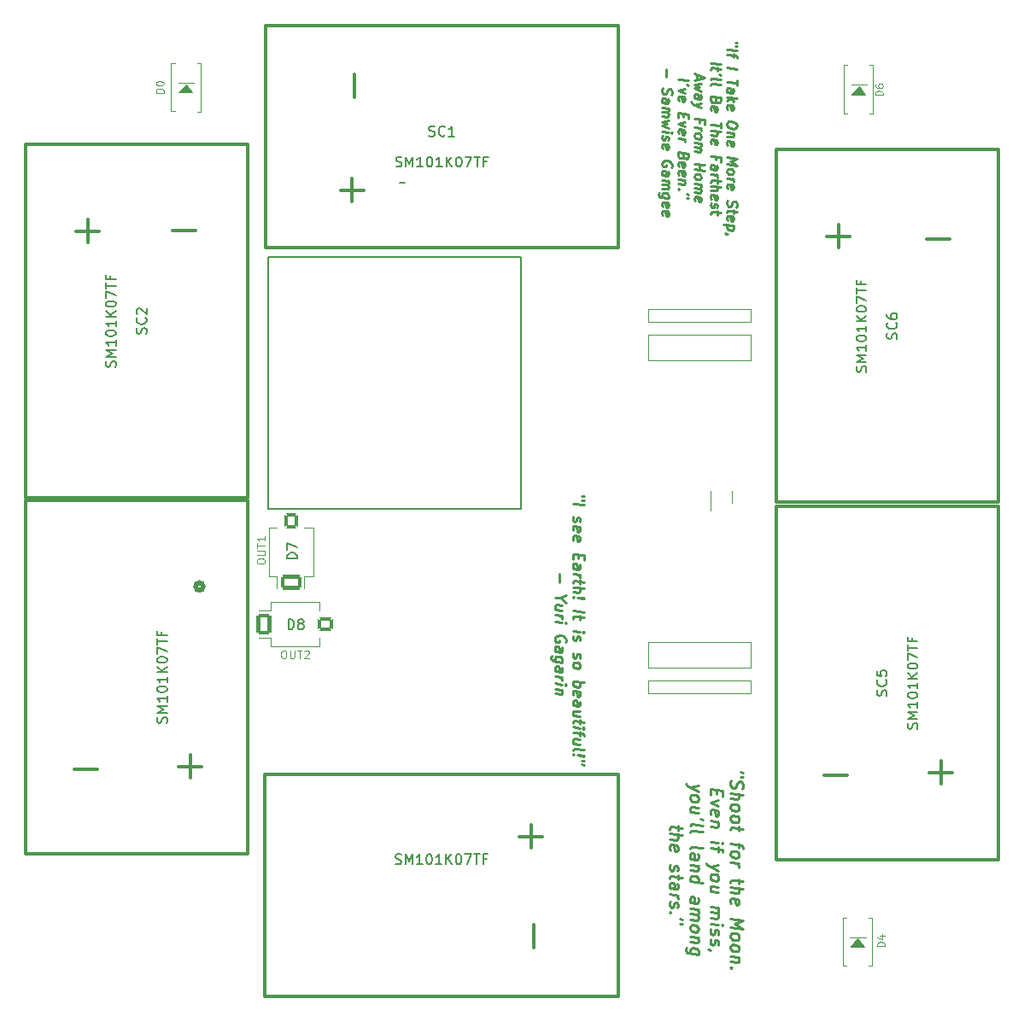
<source format=gto>
%TF.GenerationSoftware,KiCad,Pcbnew,9.0.1*%
%TF.CreationDate,2025-04-07T03:16:16-07:00*%
%TF.ProjectId,ZPlus_Panel,5a506c75-735f-4506-916e-656c2e6b6963,2.4*%
%TF.SameCoordinates,Original*%
%TF.FileFunction,Legend,Top*%
%TF.FilePolarity,Positive*%
%FSLAX46Y46*%
G04 Gerber Fmt 4.6, Leading zero omitted, Abs format (unit mm)*
G04 Created by KiCad (PCBNEW 9.0.1) date 2025-04-07 03:16:16*
%MOMM*%
%LPD*%
G01*
G04 APERTURE LIST*
G04 Aperture macros list*
%AMRoundRect*
0 Rectangle with rounded corners*
0 $1 Rounding radius*
0 $2 $3 $4 $5 $6 $7 $8 $9 X,Y pos of 4 corners*
0 Add a 4 corners polygon primitive as box body*
4,1,4,$2,$3,$4,$5,$6,$7,$8,$9,$2,$3,0*
0 Add four circle primitives for the rounded corners*
1,1,$1+$1,$2,$3*
1,1,$1+$1,$4,$5*
1,1,$1+$1,$6,$7*
1,1,$1+$1,$8,$9*
0 Add four rect primitives between the rounded corners*
20,1,$1+$1,$2,$3,$4,$5,0*
20,1,$1+$1,$4,$5,$6,$7,0*
20,1,$1+$1,$6,$7,$8,$9,0*
20,1,$1+$1,$8,$9,$2,$3,0*%
%AMFreePoly0*
4,1,5,2.000000,-5.500000,-2.000000,-5.500000,-2.000000,5.500000,2.000000,5.500000,2.000000,-5.500000,2.000000,-5.500000,$1*%
G04 Aperture macros list end*
%ADD10C,0.150000*%
%ADD11C,0.250000*%
%ADD12C,0.120000*%
%ADD13C,0.300000*%
%ADD14C,0.100000*%
%ADD15C,0.508000*%
%ADD16C,3.000000*%
%ADD17C,2.600000*%
%ADD18C,3.800000*%
%ADD19RoundRect,0.187500X-0.862500X0.562500X-0.862500X-0.562500X0.862500X-0.562500X0.862500X0.562500X0*%
%ADD20RoundRect,0.162500X-0.487500X0.587500X-0.487500X-0.587500X0.487500X-0.587500X0.487500X0.587500X0*%
%ADD21RoundRect,0.175000X-0.825000X0.525000X-0.825000X-0.525000X0.825000X-0.525000X0.825000X0.525000X0*%
%ADD22RoundRect,0.150000X-0.450000X0.550000X-0.450000X-0.550000X0.450000X-0.550000X0.450000X0.550000X0*%
%ADD23R,1.700000X2.500000*%
%ADD24FreePoly0,90.000000*%
%ADD25R,11.000000X4.000000*%
%ADD26R,3.000000X4.000000*%
%ADD27RoundRect,0.187500X0.562500X0.862500X-0.562500X0.862500X-0.562500X-0.862500X0.562500X-0.862500X0*%
%ADD28RoundRect,0.162500X0.587500X0.487500X-0.587500X0.487500X-0.587500X-0.487500X0.587500X-0.487500X0*%
%ADD29RoundRect,0.175000X0.525000X0.825000X-0.525000X0.825000X-0.525000X-0.825000X0.525000X-0.825000X0*%
%ADD30RoundRect,0.150000X0.550000X0.450000X-0.550000X0.450000X-0.550000X-0.450000X0.550000X-0.450000X0*%
%ADD31R,0.350000X1.000000*%
%ADD32C,2.050000*%
%ADD33C,2.250000*%
G04 APERTURE END LIST*
D10*
X137584000Y-56193200D02*
X137838000Y-56193200D01*
X137584000Y-56193200D02*
X137330000Y-56193200D01*
D11*
X171341371Y-114649153D02*
X171103275Y-114619391D01*
X171341371Y-115125344D02*
X171103275Y-115095582D01*
X170150895Y-115452725D02*
X170091371Y-115623856D01*
X170091371Y-115623856D02*
X170091371Y-115921475D01*
X170091371Y-115921475D02*
X170150895Y-116047963D01*
X170150895Y-116047963D02*
X170210418Y-116114927D01*
X170210418Y-116114927D02*
X170329466Y-116189332D01*
X170329466Y-116189332D02*
X170448514Y-116204213D01*
X170448514Y-116204213D02*
X170567561Y-116159570D01*
X170567561Y-116159570D02*
X170627085Y-116107487D01*
X170627085Y-116107487D02*
X170686609Y-115995880D01*
X170686609Y-115995880D02*
X170746133Y-115765225D01*
X170746133Y-115765225D02*
X170805656Y-115653618D01*
X170805656Y-115653618D02*
X170865180Y-115601534D01*
X170865180Y-115601534D02*
X170984228Y-115556891D01*
X170984228Y-115556891D02*
X171103275Y-115571772D01*
X171103275Y-115571772D02*
X171222323Y-115646177D01*
X171222323Y-115646177D02*
X171281847Y-115713141D01*
X171281847Y-115713141D02*
X171341371Y-115839630D01*
X171341371Y-115839630D02*
X171341371Y-116137249D01*
X171341371Y-116137249D02*
X171281847Y-116308380D01*
X170091371Y-116695284D02*
X171341371Y-116851534D01*
X170091371Y-117230998D02*
X170746133Y-117312844D01*
X170746133Y-117312844D02*
X170865180Y-117268201D01*
X170865180Y-117268201D02*
X170924704Y-117156594D01*
X170924704Y-117156594D02*
X170924704Y-116978022D01*
X170924704Y-116978022D02*
X170865180Y-116851534D01*
X170865180Y-116851534D02*
X170805656Y-116784570D01*
X170091371Y-118004808D02*
X170150895Y-117893200D01*
X170150895Y-117893200D02*
X170210418Y-117841117D01*
X170210418Y-117841117D02*
X170329466Y-117796474D01*
X170329466Y-117796474D02*
X170686609Y-117841117D01*
X170686609Y-117841117D02*
X170805656Y-117915522D01*
X170805656Y-117915522D02*
X170865180Y-117982486D01*
X170865180Y-117982486D02*
X170924704Y-118108974D01*
X170924704Y-118108974D02*
X170924704Y-118287546D01*
X170924704Y-118287546D02*
X170865180Y-118399153D01*
X170865180Y-118399153D02*
X170805656Y-118451236D01*
X170805656Y-118451236D02*
X170686609Y-118495879D01*
X170686609Y-118495879D02*
X170329466Y-118451236D01*
X170329466Y-118451236D02*
X170210418Y-118376831D01*
X170210418Y-118376831D02*
X170150895Y-118309867D01*
X170150895Y-118309867D02*
X170091371Y-118183379D01*
X170091371Y-118183379D02*
X170091371Y-118004808D01*
X170091371Y-119135760D02*
X170150895Y-119024152D01*
X170150895Y-119024152D02*
X170210418Y-118972069D01*
X170210418Y-118972069D02*
X170329466Y-118927426D01*
X170329466Y-118927426D02*
X170686609Y-118972069D01*
X170686609Y-118972069D02*
X170805656Y-119046474D01*
X170805656Y-119046474D02*
X170865180Y-119113438D01*
X170865180Y-119113438D02*
X170924704Y-119239926D01*
X170924704Y-119239926D02*
X170924704Y-119418498D01*
X170924704Y-119418498D02*
X170865180Y-119530105D01*
X170865180Y-119530105D02*
X170805656Y-119582188D01*
X170805656Y-119582188D02*
X170686609Y-119626831D01*
X170686609Y-119626831D02*
X170329466Y-119582188D01*
X170329466Y-119582188D02*
X170210418Y-119507783D01*
X170210418Y-119507783D02*
X170150895Y-119440819D01*
X170150895Y-119440819D02*
X170091371Y-119314331D01*
X170091371Y-119314331D02*
X170091371Y-119135760D01*
X170924704Y-120013735D02*
X170924704Y-120489926D01*
X171341371Y-120244390D02*
X170269942Y-120110462D01*
X170269942Y-120110462D02*
X170150895Y-120155104D01*
X170150895Y-120155104D02*
X170091371Y-120266712D01*
X170091371Y-120266712D02*
X170091371Y-120385759D01*
X170924704Y-121680402D02*
X170924704Y-122156593D01*
X170091371Y-121754807D02*
X171162799Y-121888736D01*
X171162799Y-121888736D02*
X171281847Y-121963140D01*
X171281847Y-121963140D02*
X171341371Y-122089629D01*
X171341371Y-122089629D02*
X171341371Y-122208676D01*
X170091371Y-122647665D02*
X170150895Y-122536057D01*
X170150895Y-122536057D02*
X170210418Y-122483974D01*
X170210418Y-122483974D02*
X170329466Y-122439331D01*
X170329466Y-122439331D02*
X170686609Y-122483974D01*
X170686609Y-122483974D02*
X170805656Y-122558379D01*
X170805656Y-122558379D02*
X170865180Y-122625343D01*
X170865180Y-122625343D02*
X170924704Y-122751831D01*
X170924704Y-122751831D02*
X170924704Y-122930403D01*
X170924704Y-122930403D02*
X170865180Y-123042010D01*
X170865180Y-123042010D02*
X170805656Y-123094093D01*
X170805656Y-123094093D02*
X170686609Y-123138736D01*
X170686609Y-123138736D02*
X170329466Y-123094093D01*
X170329466Y-123094093D02*
X170210418Y-123019688D01*
X170210418Y-123019688D02*
X170150895Y-122952724D01*
X170150895Y-122952724D02*
X170091371Y-122826236D01*
X170091371Y-122826236D02*
X170091371Y-122647665D01*
X170091371Y-123600045D02*
X170924704Y-123704212D01*
X170686609Y-123674450D02*
X170805656Y-123748855D01*
X170805656Y-123748855D02*
X170865180Y-123815819D01*
X170865180Y-123815819D02*
X170924704Y-123942307D01*
X170924704Y-123942307D02*
X170924704Y-124061355D01*
X170924704Y-125251831D02*
X170924704Y-125728022D01*
X171341371Y-125482486D02*
X170269942Y-125348558D01*
X170269942Y-125348558D02*
X170150895Y-125393200D01*
X170150895Y-125393200D02*
X170091371Y-125504808D01*
X170091371Y-125504808D02*
X170091371Y-125623855D01*
X170091371Y-126040522D02*
X171341371Y-126196772D01*
X170091371Y-126576236D02*
X170746133Y-126658082D01*
X170746133Y-126658082D02*
X170865180Y-126613439D01*
X170865180Y-126613439D02*
X170924704Y-126501832D01*
X170924704Y-126501832D02*
X170924704Y-126323260D01*
X170924704Y-126323260D02*
X170865180Y-126196772D01*
X170865180Y-126196772D02*
X170805656Y-126129808D01*
X170150895Y-127655105D02*
X170091371Y-127528617D01*
X170091371Y-127528617D02*
X170091371Y-127290522D01*
X170091371Y-127290522D02*
X170150895Y-127178915D01*
X170150895Y-127178915D02*
X170269942Y-127134272D01*
X170269942Y-127134272D02*
X170746133Y-127193796D01*
X170746133Y-127193796D02*
X170865180Y-127268200D01*
X170865180Y-127268200D02*
X170924704Y-127394688D01*
X170924704Y-127394688D02*
X170924704Y-127632784D01*
X170924704Y-127632784D02*
X170865180Y-127744391D01*
X170865180Y-127744391D02*
X170746133Y-127789034D01*
X170746133Y-127789034D02*
X170627085Y-127774153D01*
X170627085Y-127774153D02*
X170508037Y-127164034D01*
X170091371Y-129195284D02*
X171341371Y-129351534D01*
X171341371Y-129351534D02*
X170448514Y-129656594D01*
X170448514Y-129656594D02*
X171341371Y-130184867D01*
X171341371Y-130184867D02*
X170091371Y-130028617D01*
X170091371Y-130802427D02*
X170150895Y-130690819D01*
X170150895Y-130690819D02*
X170210418Y-130638736D01*
X170210418Y-130638736D02*
X170329466Y-130594093D01*
X170329466Y-130594093D02*
X170686609Y-130638736D01*
X170686609Y-130638736D02*
X170805656Y-130713141D01*
X170805656Y-130713141D02*
X170865180Y-130780105D01*
X170865180Y-130780105D02*
X170924704Y-130906593D01*
X170924704Y-130906593D02*
X170924704Y-131085165D01*
X170924704Y-131085165D02*
X170865180Y-131196772D01*
X170865180Y-131196772D02*
X170805656Y-131248855D01*
X170805656Y-131248855D02*
X170686609Y-131293498D01*
X170686609Y-131293498D02*
X170329466Y-131248855D01*
X170329466Y-131248855D02*
X170210418Y-131174450D01*
X170210418Y-131174450D02*
X170150895Y-131107486D01*
X170150895Y-131107486D02*
X170091371Y-130980998D01*
X170091371Y-130980998D02*
X170091371Y-130802427D01*
X170091371Y-131933379D02*
X170150895Y-131821771D01*
X170150895Y-131821771D02*
X170210418Y-131769688D01*
X170210418Y-131769688D02*
X170329466Y-131725045D01*
X170329466Y-131725045D02*
X170686609Y-131769688D01*
X170686609Y-131769688D02*
X170805656Y-131844093D01*
X170805656Y-131844093D02*
X170865180Y-131911057D01*
X170865180Y-131911057D02*
X170924704Y-132037545D01*
X170924704Y-132037545D02*
X170924704Y-132216117D01*
X170924704Y-132216117D02*
X170865180Y-132327724D01*
X170865180Y-132327724D02*
X170805656Y-132379807D01*
X170805656Y-132379807D02*
X170686609Y-132424450D01*
X170686609Y-132424450D02*
X170329466Y-132379807D01*
X170329466Y-132379807D02*
X170210418Y-132305402D01*
X170210418Y-132305402D02*
X170150895Y-132238438D01*
X170150895Y-132238438D02*
X170091371Y-132111950D01*
X170091371Y-132111950D02*
X170091371Y-131933379D01*
X170924704Y-132989926D02*
X170091371Y-132885759D01*
X170805656Y-132975045D02*
X170865180Y-133042009D01*
X170865180Y-133042009D02*
X170924704Y-133168497D01*
X170924704Y-133168497D02*
X170924704Y-133347069D01*
X170924704Y-133347069D02*
X170865180Y-133458676D01*
X170865180Y-133458676D02*
X170746133Y-133503319D01*
X170746133Y-133503319D02*
X170091371Y-133421473D01*
X170210418Y-134031592D02*
X170150895Y-134083675D01*
X170150895Y-134083675D02*
X170091371Y-134016711D01*
X170091371Y-134016711D02*
X170150895Y-133964628D01*
X170150895Y-133964628D02*
X170210418Y-134031592D01*
X170210418Y-134031592D02*
X170091371Y-134016711D01*
X168733703Y-116390223D02*
X168733703Y-116806890D01*
X168078941Y-116903616D02*
X168078941Y-116308378D01*
X168078941Y-116308378D02*
X169328941Y-116464628D01*
X169328941Y-116464628D02*
X169328941Y-117059866D01*
X168912274Y-117424449D02*
X168078941Y-117617902D01*
X168078941Y-117617902D02*
X168912274Y-118019687D01*
X168138465Y-118875342D02*
X168078941Y-118748854D01*
X168078941Y-118748854D02*
X168078941Y-118510759D01*
X168078941Y-118510759D02*
X168138465Y-118399152D01*
X168138465Y-118399152D02*
X168257512Y-118354509D01*
X168257512Y-118354509D02*
X168733703Y-118414033D01*
X168733703Y-118414033D02*
X168852750Y-118488437D01*
X168852750Y-118488437D02*
X168912274Y-118614925D01*
X168912274Y-118614925D02*
X168912274Y-118853021D01*
X168912274Y-118853021D02*
X168852750Y-118964628D01*
X168852750Y-118964628D02*
X168733703Y-119009271D01*
X168733703Y-119009271D02*
X168614655Y-118994390D01*
X168614655Y-118994390D02*
X168495607Y-118384271D01*
X168912274Y-119567307D02*
X168078941Y-119463140D01*
X168793226Y-119552426D02*
X168852750Y-119619390D01*
X168852750Y-119619390D02*
X168912274Y-119745878D01*
X168912274Y-119745878D02*
X168912274Y-119924450D01*
X168912274Y-119924450D02*
X168852750Y-120036057D01*
X168852750Y-120036057D02*
X168733703Y-120080700D01*
X168733703Y-120080700D02*
X168078941Y-119998854D01*
X168078941Y-121546473D02*
X168912274Y-121650640D01*
X169328941Y-121702723D02*
X169269417Y-121635759D01*
X169269417Y-121635759D02*
X169209893Y-121687842D01*
X169209893Y-121687842D02*
X169269417Y-121754806D01*
X169269417Y-121754806D02*
X169328941Y-121702723D01*
X169328941Y-121702723D02*
X169209893Y-121687842D01*
X168912274Y-122067306D02*
X168912274Y-122543497D01*
X168078941Y-122141711D02*
X169150369Y-122275640D01*
X169150369Y-122275640D02*
X169269417Y-122350044D01*
X169269417Y-122350044D02*
X169328941Y-122476533D01*
X169328941Y-122476533D02*
X169328941Y-122595580D01*
X168912274Y-123793497D02*
X168078941Y-123986950D01*
X168912274Y-124388735D02*
X168078941Y-123986950D01*
X168078941Y-123986950D02*
X167781322Y-123830700D01*
X167781322Y-123830700D02*
X167721798Y-123763735D01*
X167721798Y-123763735D02*
X167662274Y-123637247D01*
X168078941Y-124939331D02*
X168138465Y-124827723D01*
X168138465Y-124827723D02*
X168197988Y-124775640D01*
X168197988Y-124775640D02*
X168317036Y-124730997D01*
X168317036Y-124730997D02*
X168674179Y-124775640D01*
X168674179Y-124775640D02*
X168793226Y-124850045D01*
X168793226Y-124850045D02*
X168852750Y-124917009D01*
X168852750Y-124917009D02*
X168912274Y-125043497D01*
X168912274Y-125043497D02*
X168912274Y-125222069D01*
X168912274Y-125222069D02*
X168852750Y-125333676D01*
X168852750Y-125333676D02*
X168793226Y-125385759D01*
X168793226Y-125385759D02*
X168674179Y-125430402D01*
X168674179Y-125430402D02*
X168317036Y-125385759D01*
X168317036Y-125385759D02*
X168197988Y-125311354D01*
X168197988Y-125311354D02*
X168138465Y-125244390D01*
X168138465Y-125244390D02*
X168078941Y-125117902D01*
X168078941Y-125117902D02*
X168078941Y-124939331D01*
X168912274Y-126531592D02*
X168078941Y-126427425D01*
X168912274Y-125995878D02*
X168257512Y-125914033D01*
X168257512Y-125914033D02*
X168138465Y-125958675D01*
X168138465Y-125958675D02*
X168078941Y-126070283D01*
X168078941Y-126070283D02*
X168078941Y-126248854D01*
X168078941Y-126248854D02*
X168138465Y-126375342D01*
X168138465Y-126375342D02*
X168197988Y-126442306D01*
X168078941Y-127975044D02*
X168912274Y-128079211D01*
X168793226Y-128064330D02*
X168852750Y-128131294D01*
X168852750Y-128131294D02*
X168912274Y-128257782D01*
X168912274Y-128257782D02*
X168912274Y-128436354D01*
X168912274Y-128436354D02*
X168852750Y-128547961D01*
X168852750Y-128547961D02*
X168733703Y-128592604D01*
X168733703Y-128592604D02*
X168078941Y-128510758D01*
X168733703Y-128592604D02*
X168852750Y-128667008D01*
X168852750Y-128667008D02*
X168912274Y-128793496D01*
X168912274Y-128793496D02*
X168912274Y-128972068D01*
X168912274Y-128972068D02*
X168852750Y-129083675D01*
X168852750Y-129083675D02*
X168733703Y-129128318D01*
X168733703Y-129128318D02*
X168078941Y-129046473D01*
X168078941Y-129641711D02*
X168912274Y-129745878D01*
X169328941Y-129797961D02*
X169269417Y-129730997D01*
X169269417Y-129730997D02*
X169209893Y-129783080D01*
X169209893Y-129783080D02*
X169269417Y-129850044D01*
X169269417Y-129850044D02*
X169328941Y-129797961D01*
X169328941Y-129797961D02*
X169209893Y-129783080D01*
X168138465Y-130184866D02*
X168078941Y-130296473D01*
X168078941Y-130296473D02*
X168078941Y-130534568D01*
X168078941Y-130534568D02*
X168138465Y-130661056D01*
X168138465Y-130661056D02*
X168257512Y-130735461D01*
X168257512Y-130735461D02*
X168317036Y-130742901D01*
X168317036Y-130742901D02*
X168436084Y-130698259D01*
X168436084Y-130698259D02*
X168495607Y-130586651D01*
X168495607Y-130586651D02*
X168495607Y-130408080D01*
X168495607Y-130408080D02*
X168555131Y-130296473D01*
X168555131Y-130296473D02*
X168674179Y-130251830D01*
X168674179Y-130251830D02*
X168733703Y-130259271D01*
X168733703Y-130259271D02*
X168852750Y-130333675D01*
X168852750Y-130333675D02*
X168912274Y-130460163D01*
X168912274Y-130460163D02*
X168912274Y-130638735D01*
X168912274Y-130638735D02*
X168852750Y-130750342D01*
X168138465Y-131196771D02*
X168078941Y-131308378D01*
X168078941Y-131308378D02*
X168078941Y-131546473D01*
X168078941Y-131546473D02*
X168138465Y-131672961D01*
X168138465Y-131672961D02*
X168257512Y-131747366D01*
X168257512Y-131747366D02*
X168317036Y-131754806D01*
X168317036Y-131754806D02*
X168436084Y-131710164D01*
X168436084Y-131710164D02*
X168495607Y-131598556D01*
X168495607Y-131598556D02*
X168495607Y-131419985D01*
X168495607Y-131419985D02*
X168555131Y-131308378D01*
X168555131Y-131308378D02*
X168674179Y-131263735D01*
X168674179Y-131263735D02*
X168733703Y-131271176D01*
X168733703Y-131271176D02*
X168852750Y-131345580D01*
X168852750Y-131345580D02*
X168912274Y-131472068D01*
X168912274Y-131472068D02*
X168912274Y-131650640D01*
X168912274Y-131650640D02*
X168852750Y-131762247D01*
X168138465Y-132327723D02*
X168078941Y-132320283D01*
X168078941Y-132320283D02*
X167959893Y-132245878D01*
X167959893Y-132245878D02*
X167900369Y-132178914D01*
X166899844Y-115936356D02*
X166066511Y-116129809D01*
X166899844Y-116531594D02*
X166066511Y-116129809D01*
X166066511Y-116129809D02*
X165768892Y-115973559D01*
X165768892Y-115973559D02*
X165709368Y-115906594D01*
X165709368Y-115906594D02*
X165649844Y-115780106D01*
X166066511Y-117082190D02*
X166126035Y-116970582D01*
X166126035Y-116970582D02*
X166185558Y-116918499D01*
X166185558Y-116918499D02*
X166304606Y-116873856D01*
X166304606Y-116873856D02*
X166661749Y-116918499D01*
X166661749Y-116918499D02*
X166780796Y-116992904D01*
X166780796Y-116992904D02*
X166840320Y-117059868D01*
X166840320Y-117059868D02*
X166899844Y-117186356D01*
X166899844Y-117186356D02*
X166899844Y-117364928D01*
X166899844Y-117364928D02*
X166840320Y-117476535D01*
X166840320Y-117476535D02*
X166780796Y-117528618D01*
X166780796Y-117528618D02*
X166661749Y-117573261D01*
X166661749Y-117573261D02*
X166304606Y-117528618D01*
X166304606Y-117528618D02*
X166185558Y-117454213D01*
X166185558Y-117454213D02*
X166126035Y-117387249D01*
X166126035Y-117387249D02*
X166066511Y-117260761D01*
X166066511Y-117260761D02*
X166066511Y-117082190D01*
X166899844Y-118674451D02*
X166066511Y-118570284D01*
X166899844Y-118138737D02*
X166245082Y-118056892D01*
X166245082Y-118056892D02*
X166126035Y-118101534D01*
X166126035Y-118101534D02*
X166066511Y-118213142D01*
X166066511Y-118213142D02*
X166066511Y-118391713D01*
X166066511Y-118391713D02*
X166126035Y-118518201D01*
X166126035Y-118518201D02*
X166185558Y-118585165D01*
X167316511Y-119381296D02*
X167078415Y-119232486D01*
X166066511Y-119939332D02*
X166126035Y-119827724D01*
X166126035Y-119827724D02*
X166245082Y-119783082D01*
X166245082Y-119783082D02*
X167316511Y-119917010D01*
X166066511Y-120594094D02*
X166126035Y-120482486D01*
X166126035Y-120482486D02*
X166245082Y-120437844D01*
X166245082Y-120437844D02*
X167316511Y-120571772D01*
X166066511Y-122201237D02*
X166126035Y-122089629D01*
X166126035Y-122089629D02*
X166245082Y-122044987D01*
X166245082Y-122044987D02*
X167316511Y-122178915D01*
X166066511Y-123213141D02*
X166721273Y-123294987D01*
X166721273Y-123294987D02*
X166840320Y-123250344D01*
X166840320Y-123250344D02*
X166899844Y-123138737D01*
X166899844Y-123138737D02*
X166899844Y-122900641D01*
X166899844Y-122900641D02*
X166840320Y-122774153D01*
X166126035Y-123220582D02*
X166066511Y-123094094D01*
X166066511Y-123094094D02*
X166066511Y-122796475D01*
X166066511Y-122796475D02*
X166126035Y-122684868D01*
X166126035Y-122684868D02*
X166245082Y-122640225D01*
X166245082Y-122640225D02*
X166364130Y-122655106D01*
X166364130Y-122655106D02*
X166483177Y-122729510D01*
X166483177Y-122729510D02*
X166542701Y-122855999D01*
X166542701Y-122855999D02*
X166542701Y-123153618D01*
X166542701Y-123153618D02*
X166602225Y-123280106D01*
X166899844Y-123912546D02*
X166066511Y-123808379D01*
X166780796Y-123897665D02*
X166840320Y-123964629D01*
X166840320Y-123964629D02*
X166899844Y-124091117D01*
X166899844Y-124091117D02*
X166899844Y-124269689D01*
X166899844Y-124269689D02*
X166840320Y-124381296D01*
X166840320Y-124381296D02*
X166721273Y-124425939D01*
X166721273Y-124425939D02*
X166066511Y-124344093D01*
X166066511Y-125475045D02*
X167316511Y-125631295D01*
X166126035Y-125482486D02*
X166066511Y-125355998D01*
X166066511Y-125355998D02*
X166066511Y-125117903D01*
X166066511Y-125117903D02*
X166126035Y-125006295D01*
X166126035Y-125006295D02*
X166185558Y-124954212D01*
X166185558Y-124954212D02*
X166304606Y-124909569D01*
X166304606Y-124909569D02*
X166661749Y-124954212D01*
X166661749Y-124954212D02*
X166780796Y-125028617D01*
X166780796Y-125028617D02*
X166840320Y-125095581D01*
X166840320Y-125095581D02*
X166899844Y-125222069D01*
X166899844Y-125222069D02*
X166899844Y-125460164D01*
X166899844Y-125460164D02*
X166840320Y-125571772D01*
X166066511Y-127558378D02*
X166721273Y-127640224D01*
X166721273Y-127640224D02*
X166840320Y-127595581D01*
X166840320Y-127595581D02*
X166899844Y-127483974D01*
X166899844Y-127483974D02*
X166899844Y-127245878D01*
X166899844Y-127245878D02*
X166840320Y-127119390D01*
X166126035Y-127565819D02*
X166066511Y-127439331D01*
X166066511Y-127439331D02*
X166066511Y-127141712D01*
X166066511Y-127141712D02*
X166126035Y-127030105D01*
X166126035Y-127030105D02*
X166245082Y-126985462D01*
X166245082Y-126985462D02*
X166364130Y-127000343D01*
X166364130Y-127000343D02*
X166483177Y-127074747D01*
X166483177Y-127074747D02*
X166542701Y-127201236D01*
X166542701Y-127201236D02*
X166542701Y-127498855D01*
X166542701Y-127498855D02*
X166602225Y-127625343D01*
X166066511Y-128153616D02*
X166899844Y-128257783D01*
X166780796Y-128242902D02*
X166840320Y-128309866D01*
X166840320Y-128309866D02*
X166899844Y-128436354D01*
X166899844Y-128436354D02*
X166899844Y-128614926D01*
X166899844Y-128614926D02*
X166840320Y-128726533D01*
X166840320Y-128726533D02*
X166721273Y-128771176D01*
X166721273Y-128771176D02*
X166066511Y-128689330D01*
X166721273Y-128771176D02*
X166840320Y-128845580D01*
X166840320Y-128845580D02*
X166899844Y-128972068D01*
X166899844Y-128972068D02*
X166899844Y-129150640D01*
X166899844Y-129150640D02*
X166840320Y-129262247D01*
X166840320Y-129262247D02*
X166721273Y-129306890D01*
X166721273Y-129306890D02*
X166066511Y-129225045D01*
X166066511Y-129998855D02*
X166126035Y-129887247D01*
X166126035Y-129887247D02*
X166185558Y-129835164D01*
X166185558Y-129835164D02*
X166304606Y-129790521D01*
X166304606Y-129790521D02*
X166661749Y-129835164D01*
X166661749Y-129835164D02*
X166780796Y-129909569D01*
X166780796Y-129909569D02*
X166840320Y-129976533D01*
X166840320Y-129976533D02*
X166899844Y-130103021D01*
X166899844Y-130103021D02*
X166899844Y-130281593D01*
X166899844Y-130281593D02*
X166840320Y-130393200D01*
X166840320Y-130393200D02*
X166780796Y-130445283D01*
X166780796Y-130445283D02*
X166661749Y-130489926D01*
X166661749Y-130489926D02*
X166304606Y-130445283D01*
X166304606Y-130445283D02*
X166185558Y-130370878D01*
X166185558Y-130370878D02*
X166126035Y-130303914D01*
X166126035Y-130303914D02*
X166066511Y-130177426D01*
X166066511Y-130177426D02*
X166066511Y-129998855D01*
X166899844Y-131055402D02*
X166066511Y-130951235D01*
X166780796Y-131040521D02*
X166840320Y-131107485D01*
X166840320Y-131107485D02*
X166899844Y-131233973D01*
X166899844Y-131233973D02*
X166899844Y-131412545D01*
X166899844Y-131412545D02*
X166840320Y-131524152D01*
X166840320Y-131524152D02*
X166721273Y-131568795D01*
X166721273Y-131568795D02*
X166066511Y-131486949D01*
X166899844Y-132722068D02*
X165887939Y-132595580D01*
X165887939Y-132595580D02*
X165768892Y-132521175D01*
X165768892Y-132521175D02*
X165709368Y-132454211D01*
X165709368Y-132454211D02*
X165649844Y-132327723D01*
X165649844Y-132327723D02*
X165649844Y-132149151D01*
X165649844Y-132149151D02*
X165709368Y-132037544D01*
X166126035Y-132625342D02*
X166066511Y-132498854D01*
X166066511Y-132498854D02*
X166066511Y-132260759D01*
X166066511Y-132260759D02*
X166126035Y-132149151D01*
X166126035Y-132149151D02*
X166185558Y-132097068D01*
X166185558Y-132097068D02*
X166304606Y-132052425D01*
X166304606Y-132052425D02*
X166661749Y-132097068D01*
X166661749Y-132097068D02*
X166780796Y-132171473D01*
X166780796Y-132171473D02*
X166840320Y-132238437D01*
X166840320Y-132238437D02*
X166899844Y-132364925D01*
X166899844Y-132364925D02*
X166899844Y-132603020D01*
X166899844Y-132603020D02*
X166840320Y-132714628D01*
X164887414Y-119954211D02*
X164887414Y-120430402D01*
X165304081Y-120184866D02*
X164232652Y-120050938D01*
X164232652Y-120050938D02*
X164113605Y-120095580D01*
X164113605Y-120095580D02*
X164054081Y-120207188D01*
X164054081Y-120207188D02*
X164054081Y-120326235D01*
X164054081Y-120742902D02*
X165304081Y-120899152D01*
X164054081Y-121278616D02*
X164708843Y-121360462D01*
X164708843Y-121360462D02*
X164827890Y-121315819D01*
X164827890Y-121315819D02*
X164887414Y-121204212D01*
X164887414Y-121204212D02*
X164887414Y-121025640D01*
X164887414Y-121025640D02*
X164827890Y-120899152D01*
X164827890Y-120899152D02*
X164768366Y-120832188D01*
X164113605Y-122357485D02*
X164054081Y-122230997D01*
X164054081Y-122230997D02*
X164054081Y-121992902D01*
X164054081Y-121992902D02*
X164113605Y-121881295D01*
X164113605Y-121881295D02*
X164232652Y-121836652D01*
X164232652Y-121836652D02*
X164708843Y-121896176D01*
X164708843Y-121896176D02*
X164827890Y-121970580D01*
X164827890Y-121970580D02*
X164887414Y-122097068D01*
X164887414Y-122097068D02*
X164887414Y-122335164D01*
X164887414Y-122335164D02*
X164827890Y-122446771D01*
X164827890Y-122446771D02*
X164708843Y-122491414D01*
X164708843Y-122491414D02*
X164589795Y-122476533D01*
X164589795Y-122476533D02*
X164470747Y-121866414D01*
X164113605Y-123845581D02*
X164054081Y-123957188D01*
X164054081Y-123957188D02*
X164054081Y-124195283D01*
X164054081Y-124195283D02*
X164113605Y-124321771D01*
X164113605Y-124321771D02*
X164232652Y-124396176D01*
X164232652Y-124396176D02*
X164292176Y-124403616D01*
X164292176Y-124403616D02*
X164411224Y-124358974D01*
X164411224Y-124358974D02*
X164470747Y-124247366D01*
X164470747Y-124247366D02*
X164470747Y-124068795D01*
X164470747Y-124068795D02*
X164530271Y-123957188D01*
X164530271Y-123957188D02*
X164649319Y-123912545D01*
X164649319Y-123912545D02*
X164708843Y-123919986D01*
X164708843Y-123919986D02*
X164827890Y-123994390D01*
X164827890Y-123994390D02*
X164887414Y-124120878D01*
X164887414Y-124120878D02*
X164887414Y-124299450D01*
X164887414Y-124299450D02*
X164827890Y-124411057D01*
X164887414Y-124835164D02*
X164887414Y-125311355D01*
X165304081Y-125065819D02*
X164232652Y-124931891D01*
X164232652Y-124931891D02*
X164113605Y-124976533D01*
X164113605Y-124976533D02*
X164054081Y-125088141D01*
X164054081Y-125088141D02*
X164054081Y-125207188D01*
X164054081Y-126159569D02*
X164708843Y-126241415D01*
X164708843Y-126241415D02*
X164827890Y-126196772D01*
X164827890Y-126196772D02*
X164887414Y-126085165D01*
X164887414Y-126085165D02*
X164887414Y-125847069D01*
X164887414Y-125847069D02*
X164827890Y-125720581D01*
X164113605Y-126167010D02*
X164054081Y-126040522D01*
X164054081Y-126040522D02*
X164054081Y-125742903D01*
X164054081Y-125742903D02*
X164113605Y-125631296D01*
X164113605Y-125631296D02*
X164232652Y-125586653D01*
X164232652Y-125586653D02*
X164351700Y-125601534D01*
X164351700Y-125601534D02*
X164470747Y-125675938D01*
X164470747Y-125675938D02*
X164530271Y-125802427D01*
X164530271Y-125802427D02*
X164530271Y-126100046D01*
X164530271Y-126100046D02*
X164589795Y-126226534D01*
X164054081Y-126754807D02*
X164887414Y-126858974D01*
X164649319Y-126829212D02*
X164768366Y-126903617D01*
X164768366Y-126903617D02*
X164827890Y-126970581D01*
X164827890Y-126970581D02*
X164887414Y-127097069D01*
X164887414Y-127097069D02*
X164887414Y-127216117D01*
X164113605Y-127476534D02*
X164054081Y-127588141D01*
X164054081Y-127588141D02*
X164054081Y-127826236D01*
X164054081Y-127826236D02*
X164113605Y-127952724D01*
X164113605Y-127952724D02*
X164232652Y-128027129D01*
X164232652Y-128027129D02*
X164292176Y-128034569D01*
X164292176Y-128034569D02*
X164411224Y-127989927D01*
X164411224Y-127989927D02*
X164470747Y-127878319D01*
X164470747Y-127878319D02*
X164470747Y-127699748D01*
X164470747Y-127699748D02*
X164530271Y-127588141D01*
X164530271Y-127588141D02*
X164649319Y-127543498D01*
X164649319Y-127543498D02*
X164708843Y-127550939D01*
X164708843Y-127550939D02*
X164827890Y-127625343D01*
X164827890Y-127625343D02*
X164887414Y-127751831D01*
X164887414Y-127751831D02*
X164887414Y-127930403D01*
X164887414Y-127930403D02*
X164827890Y-128042010D01*
X164173128Y-128555403D02*
X164113605Y-128607486D01*
X164113605Y-128607486D02*
X164054081Y-128540522D01*
X164054081Y-128540522D02*
X164113605Y-128488439D01*
X164113605Y-128488439D02*
X164173128Y-128555403D01*
X164173128Y-128555403D02*
X164054081Y-128540522D01*
X165304081Y-129232486D02*
X165065985Y-129202724D01*
X165304081Y-129708677D02*
X165065985Y-129678915D01*
X155552588Y-87249154D02*
X155343064Y-87222963D01*
X155552588Y-87668201D02*
X155343064Y-87642011D01*
X154452588Y-88002130D02*
X155552588Y-88139630D01*
X154504969Y-89318201D02*
X154452588Y-89416416D01*
X154452588Y-89416416D02*
X154452588Y-89625939D01*
X154452588Y-89625939D02*
X154504969Y-89737249D01*
X154504969Y-89737249D02*
X154609730Y-89802725D01*
X154609730Y-89802725D02*
X154662111Y-89809273D01*
X154662111Y-89809273D02*
X154766873Y-89769987D01*
X154766873Y-89769987D02*
X154819254Y-89671773D01*
X154819254Y-89671773D02*
X154819254Y-89514630D01*
X154819254Y-89514630D02*
X154871635Y-89416416D01*
X154871635Y-89416416D02*
X154976397Y-89377130D01*
X154976397Y-89377130D02*
X155028778Y-89383678D01*
X155028778Y-89383678D02*
X155133540Y-89449154D01*
X155133540Y-89449154D02*
X155185921Y-89560463D01*
X155185921Y-89560463D02*
X155185921Y-89717606D01*
X155185921Y-89717606D02*
X155133540Y-89815820D01*
X154504969Y-90680106D02*
X154452588Y-90568796D01*
X154452588Y-90568796D02*
X154452588Y-90359273D01*
X154452588Y-90359273D02*
X154504969Y-90261058D01*
X154504969Y-90261058D02*
X154609730Y-90221773D01*
X154609730Y-90221773D02*
X155028778Y-90274154D01*
X155028778Y-90274154D02*
X155133540Y-90339630D01*
X155133540Y-90339630D02*
X155185921Y-90450939D01*
X155185921Y-90450939D02*
X155185921Y-90660463D01*
X155185921Y-90660463D02*
X155133540Y-90758677D01*
X155133540Y-90758677D02*
X155028778Y-90797963D01*
X155028778Y-90797963D02*
X154924016Y-90784868D01*
X154924016Y-90784868D02*
X154819254Y-90247963D01*
X154504969Y-91622963D02*
X154452588Y-91511653D01*
X154452588Y-91511653D02*
X154452588Y-91302130D01*
X154452588Y-91302130D02*
X154504969Y-91203915D01*
X154504969Y-91203915D02*
X154609730Y-91164630D01*
X154609730Y-91164630D02*
X155028778Y-91217011D01*
X155028778Y-91217011D02*
X155133540Y-91282487D01*
X155133540Y-91282487D02*
X155185921Y-91393796D01*
X155185921Y-91393796D02*
X155185921Y-91603320D01*
X155185921Y-91603320D02*
X155133540Y-91701534D01*
X155133540Y-91701534D02*
X155028778Y-91740820D01*
X155028778Y-91740820D02*
X154924016Y-91727725D01*
X154924016Y-91727725D02*
X154819254Y-91190820D01*
X155028778Y-93050343D02*
X155028778Y-93417010D01*
X154452588Y-93502129D02*
X154452588Y-92978320D01*
X154452588Y-92978320D02*
X155552588Y-93115820D01*
X155552588Y-93115820D02*
X155552588Y-93639629D01*
X154452588Y-94444986D02*
X155028778Y-94517010D01*
X155028778Y-94517010D02*
X155133540Y-94477724D01*
X155133540Y-94477724D02*
X155185921Y-94379510D01*
X155185921Y-94379510D02*
X155185921Y-94169986D01*
X155185921Y-94169986D02*
X155133540Y-94058677D01*
X154504969Y-94451534D02*
X154452588Y-94340224D01*
X154452588Y-94340224D02*
X154452588Y-94078320D01*
X154452588Y-94078320D02*
X154504969Y-93980105D01*
X154504969Y-93980105D02*
X154609730Y-93940820D01*
X154609730Y-93940820D02*
X154714492Y-93953915D01*
X154714492Y-93953915D02*
X154819254Y-94019391D01*
X154819254Y-94019391D02*
X154871635Y-94130701D01*
X154871635Y-94130701D02*
X154871635Y-94392605D01*
X154871635Y-94392605D02*
X154924016Y-94503915D01*
X154452588Y-94968796D02*
X155185921Y-95060462D01*
X154976397Y-95034272D02*
X155081159Y-95099748D01*
X155081159Y-95099748D02*
X155133540Y-95158677D01*
X155133540Y-95158677D02*
X155185921Y-95269986D01*
X155185921Y-95269986D02*
X155185921Y-95374748D01*
X155185921Y-95584271D02*
X155185921Y-96003319D01*
X155552588Y-95787248D02*
X154609730Y-95669391D01*
X154609730Y-95669391D02*
X154504969Y-95708676D01*
X154504969Y-95708676D02*
X154452588Y-95806891D01*
X154452588Y-95806891D02*
X154452588Y-95911652D01*
X154452588Y-96278319D02*
X155552588Y-96415819D01*
X154452588Y-96749747D02*
X155028778Y-96821771D01*
X155028778Y-96821771D02*
X155133540Y-96782485D01*
X155133540Y-96782485D02*
X155185921Y-96684271D01*
X155185921Y-96684271D02*
X155185921Y-96527128D01*
X155185921Y-96527128D02*
X155133540Y-96415819D01*
X155133540Y-96415819D02*
X155081159Y-96356890D01*
X154557349Y-97286652D02*
X154504969Y-97332485D01*
X154504969Y-97332485D02*
X154452588Y-97273557D01*
X154452588Y-97273557D02*
X154504969Y-97227723D01*
X154504969Y-97227723D02*
X154557349Y-97286652D01*
X154557349Y-97286652D02*
X154452588Y-97273557D01*
X154871635Y-97325938D02*
X155500207Y-97352128D01*
X155500207Y-97352128D02*
X155552588Y-97411057D01*
X155552588Y-97411057D02*
X155500207Y-97456890D01*
X155500207Y-97456890D02*
X154871635Y-97325938D01*
X154871635Y-97325938D02*
X155552588Y-97411057D01*
X154452588Y-98635462D02*
X155552588Y-98772962D01*
X155185921Y-99093795D02*
X155185921Y-99512843D01*
X155552588Y-99296772D02*
X154609730Y-99178915D01*
X154609730Y-99178915D02*
X154504969Y-99218200D01*
X154504969Y-99218200D02*
X154452588Y-99316415D01*
X154452588Y-99316415D02*
X154452588Y-99421176D01*
X154452588Y-100625938D02*
X155185921Y-100717604D01*
X155552588Y-100763438D02*
X155500207Y-100704509D01*
X155500207Y-100704509D02*
X155447826Y-100750342D01*
X155447826Y-100750342D02*
X155500207Y-100809271D01*
X155500207Y-100809271D02*
X155552588Y-100763438D01*
X155552588Y-100763438D02*
X155447826Y-100750342D01*
X154504969Y-101103914D02*
X154452588Y-101202129D01*
X154452588Y-101202129D02*
X154452588Y-101411652D01*
X154452588Y-101411652D02*
X154504969Y-101522962D01*
X154504969Y-101522962D02*
X154609730Y-101588438D01*
X154609730Y-101588438D02*
X154662111Y-101594986D01*
X154662111Y-101594986D02*
X154766873Y-101555700D01*
X154766873Y-101555700D02*
X154819254Y-101457486D01*
X154819254Y-101457486D02*
X154819254Y-101300343D01*
X154819254Y-101300343D02*
X154871635Y-101202129D01*
X154871635Y-101202129D02*
X154976397Y-101162843D01*
X154976397Y-101162843D02*
X155028778Y-101169391D01*
X155028778Y-101169391D02*
X155133540Y-101234867D01*
X155133540Y-101234867D02*
X155185921Y-101346176D01*
X155185921Y-101346176D02*
X155185921Y-101503319D01*
X155185921Y-101503319D02*
X155133540Y-101601533D01*
X154504969Y-102832485D02*
X154452588Y-102930700D01*
X154452588Y-102930700D02*
X154452588Y-103140223D01*
X154452588Y-103140223D02*
X154504969Y-103251533D01*
X154504969Y-103251533D02*
X154609730Y-103317009D01*
X154609730Y-103317009D02*
X154662111Y-103323557D01*
X154662111Y-103323557D02*
X154766873Y-103284271D01*
X154766873Y-103284271D02*
X154819254Y-103186057D01*
X154819254Y-103186057D02*
X154819254Y-103028914D01*
X154819254Y-103028914D02*
X154871635Y-102930700D01*
X154871635Y-102930700D02*
X154976397Y-102891414D01*
X154976397Y-102891414D02*
X155028778Y-102897962D01*
X155028778Y-102897962D02*
X155133540Y-102963438D01*
X155133540Y-102963438D02*
X155185921Y-103074747D01*
X155185921Y-103074747D02*
X155185921Y-103231890D01*
X155185921Y-103231890D02*
X155133540Y-103330104D01*
X154452588Y-103925938D02*
X154504969Y-103827723D01*
X154504969Y-103827723D02*
X154557349Y-103781890D01*
X154557349Y-103781890D02*
X154662111Y-103742604D01*
X154662111Y-103742604D02*
X154976397Y-103781890D01*
X154976397Y-103781890D02*
X155081159Y-103847366D01*
X155081159Y-103847366D02*
X155133540Y-103906295D01*
X155133540Y-103906295D02*
X155185921Y-104017604D01*
X155185921Y-104017604D02*
X155185921Y-104174747D01*
X155185921Y-104174747D02*
X155133540Y-104272961D01*
X155133540Y-104272961D02*
X155081159Y-104318795D01*
X155081159Y-104318795D02*
X154976397Y-104358080D01*
X154976397Y-104358080D02*
X154662111Y-104318795D01*
X154662111Y-104318795D02*
X154557349Y-104253318D01*
X154557349Y-104253318D02*
X154504969Y-104194390D01*
X154504969Y-104194390D02*
X154452588Y-104083080D01*
X154452588Y-104083080D02*
X154452588Y-103925938D01*
X154452588Y-105602128D02*
X155552588Y-105739628D01*
X155133540Y-105687247D02*
X155185921Y-105798556D01*
X155185921Y-105798556D02*
X155185921Y-106008080D01*
X155185921Y-106008080D02*
X155133540Y-106106294D01*
X155133540Y-106106294D02*
X155081159Y-106152128D01*
X155081159Y-106152128D02*
X154976397Y-106191413D01*
X154976397Y-106191413D02*
X154662111Y-106152128D01*
X154662111Y-106152128D02*
X154557349Y-106086651D01*
X154557349Y-106086651D02*
X154504969Y-106027723D01*
X154504969Y-106027723D02*
X154452588Y-105916413D01*
X154452588Y-105916413D02*
X154452588Y-105706890D01*
X154452588Y-105706890D02*
X154504969Y-105608675D01*
X154504969Y-107022961D02*
X154452588Y-106911651D01*
X154452588Y-106911651D02*
X154452588Y-106702128D01*
X154452588Y-106702128D02*
X154504969Y-106603913D01*
X154504969Y-106603913D02*
X154609730Y-106564628D01*
X154609730Y-106564628D02*
X155028778Y-106617009D01*
X155028778Y-106617009D02*
X155133540Y-106682485D01*
X155133540Y-106682485D02*
X155185921Y-106793794D01*
X155185921Y-106793794D02*
X155185921Y-107003318D01*
X155185921Y-107003318D02*
X155133540Y-107101532D01*
X155133540Y-107101532D02*
X155028778Y-107140818D01*
X155028778Y-107140818D02*
X154924016Y-107127723D01*
X154924016Y-107127723D02*
X154819254Y-106590818D01*
X154452588Y-108011651D02*
X155028778Y-108083675D01*
X155028778Y-108083675D02*
X155133540Y-108044389D01*
X155133540Y-108044389D02*
X155185921Y-107946175D01*
X155185921Y-107946175D02*
X155185921Y-107736651D01*
X155185921Y-107736651D02*
X155133540Y-107625342D01*
X154504969Y-108018199D02*
X154452588Y-107906889D01*
X154452588Y-107906889D02*
X154452588Y-107644985D01*
X154452588Y-107644985D02*
X154504969Y-107546770D01*
X154504969Y-107546770D02*
X154609730Y-107507485D01*
X154609730Y-107507485D02*
X154714492Y-107520580D01*
X154714492Y-107520580D02*
X154819254Y-107586056D01*
X154819254Y-107586056D02*
X154871635Y-107697366D01*
X154871635Y-107697366D02*
X154871635Y-107959270D01*
X154871635Y-107959270D02*
X154924016Y-108070580D01*
X155185921Y-109098556D02*
X154452588Y-109006889D01*
X155185921Y-108627127D02*
X154609730Y-108555104D01*
X154609730Y-108555104D02*
X154504969Y-108594389D01*
X154504969Y-108594389D02*
X154452588Y-108692604D01*
X154452588Y-108692604D02*
X154452588Y-108849746D01*
X154452588Y-108849746D02*
X154504969Y-108961056D01*
X154504969Y-108961056D02*
X154557349Y-109019984D01*
X155185921Y-109465222D02*
X155185921Y-109884270D01*
X155552588Y-109668199D02*
X154609730Y-109550342D01*
X154609730Y-109550342D02*
X154504969Y-109589627D01*
X154504969Y-109589627D02*
X154452588Y-109687842D01*
X154452588Y-109687842D02*
X154452588Y-109792603D01*
X154452588Y-110159270D02*
X155185921Y-110250936D01*
X155552588Y-110296770D02*
X155500207Y-110237841D01*
X155500207Y-110237841D02*
X155447826Y-110283674D01*
X155447826Y-110283674D02*
X155500207Y-110342603D01*
X155500207Y-110342603D02*
X155552588Y-110296770D01*
X155552588Y-110296770D02*
X155447826Y-110283674D01*
X155185921Y-110617603D02*
X155185921Y-111036651D01*
X154452588Y-110683080D02*
X155395445Y-110800937D01*
X155395445Y-110800937D02*
X155500207Y-110866413D01*
X155500207Y-110866413D02*
X155552588Y-110977723D01*
X155552588Y-110977723D02*
X155552588Y-111082484D01*
X155185921Y-111874746D02*
X154452588Y-111783079D01*
X155185921Y-111403317D02*
X154609730Y-111331294D01*
X154609730Y-111331294D02*
X154504969Y-111370579D01*
X154504969Y-111370579D02*
X154452588Y-111468794D01*
X154452588Y-111468794D02*
X154452588Y-111625936D01*
X154452588Y-111625936D02*
X154504969Y-111737246D01*
X154504969Y-111737246D02*
X154557349Y-111796174D01*
X154452588Y-112464032D02*
X154504969Y-112365817D01*
X154504969Y-112365817D02*
X154609730Y-112326532D01*
X154609730Y-112326532D02*
X155552588Y-112444389D01*
X154557349Y-112896174D02*
X154504969Y-112942007D01*
X154504969Y-112942007D02*
X154452588Y-112883079D01*
X154452588Y-112883079D02*
X154504969Y-112837245D01*
X154504969Y-112837245D02*
X154557349Y-112896174D01*
X154557349Y-112896174D02*
X154452588Y-112883079D01*
X154871635Y-112935460D02*
X155500207Y-112961650D01*
X155500207Y-112961650D02*
X155552588Y-113020579D01*
X155552588Y-113020579D02*
X155500207Y-113066412D01*
X155500207Y-113066412D02*
X154871635Y-112935460D01*
X154871635Y-112935460D02*
X155552588Y-113020579D01*
X155552588Y-113492008D02*
X155343064Y-113465817D01*
X155552588Y-113911055D02*
X155343064Y-113884865D01*
X153100697Y-94942605D02*
X153100697Y-95780700D01*
X153205459Y-97365224D02*
X152681650Y-97299747D01*
X153781650Y-97070581D02*
X153205459Y-97365224D01*
X153205459Y-97365224D02*
X153781650Y-97803914D01*
X153414983Y-98596176D02*
X152681650Y-98504509D01*
X153414983Y-98124747D02*
X152838792Y-98052724D01*
X152838792Y-98052724D02*
X152734031Y-98092009D01*
X152734031Y-98092009D02*
X152681650Y-98190224D01*
X152681650Y-98190224D02*
X152681650Y-98347366D01*
X152681650Y-98347366D02*
X152734031Y-98458676D01*
X152734031Y-98458676D02*
X152786411Y-98517604D01*
X152681650Y-99028319D02*
X153414983Y-99119985D01*
X153205459Y-99093795D02*
X153310221Y-99159271D01*
X153310221Y-99159271D02*
X153362602Y-99218200D01*
X153362602Y-99218200D02*
X153414983Y-99329509D01*
X153414983Y-99329509D02*
X153414983Y-99434271D01*
X152681650Y-99709271D02*
X153414983Y-99800937D01*
X153781650Y-99846771D02*
X153729269Y-99787842D01*
X153729269Y-99787842D02*
X153676888Y-99833675D01*
X153676888Y-99833675D02*
X153729269Y-99892604D01*
X153729269Y-99892604D02*
X153781650Y-99846771D01*
X153781650Y-99846771D02*
X153676888Y-99833675D01*
X153729269Y-101778319D02*
X153781650Y-101680104D01*
X153781650Y-101680104D02*
X153781650Y-101522961D01*
X153781650Y-101522961D02*
X153729269Y-101359271D01*
X153729269Y-101359271D02*
X153624507Y-101241414D01*
X153624507Y-101241414D02*
X153519745Y-101175938D01*
X153519745Y-101175938D02*
X153310221Y-101097366D01*
X153310221Y-101097366D02*
X153153078Y-101077723D01*
X153153078Y-101077723D02*
X152943554Y-101103914D01*
X152943554Y-101103914D02*
X152838792Y-101143199D01*
X152838792Y-101143199D02*
X152734031Y-101234866D01*
X152734031Y-101234866D02*
X152681650Y-101385461D01*
X152681650Y-101385461D02*
X152681650Y-101490223D01*
X152681650Y-101490223D02*
X152734031Y-101653914D01*
X152734031Y-101653914D02*
X152786411Y-101712842D01*
X152786411Y-101712842D02*
X153153078Y-101758676D01*
X153153078Y-101758676D02*
X153153078Y-101549152D01*
X152681650Y-102642604D02*
X153257840Y-102714628D01*
X153257840Y-102714628D02*
X153362602Y-102675342D01*
X153362602Y-102675342D02*
X153414983Y-102577128D01*
X153414983Y-102577128D02*
X153414983Y-102367604D01*
X153414983Y-102367604D02*
X153362602Y-102256295D01*
X152734031Y-102649152D02*
X152681650Y-102537842D01*
X152681650Y-102537842D02*
X152681650Y-102275938D01*
X152681650Y-102275938D02*
X152734031Y-102177723D01*
X152734031Y-102177723D02*
X152838792Y-102138438D01*
X152838792Y-102138438D02*
X152943554Y-102151533D01*
X152943554Y-102151533D02*
X153048316Y-102217009D01*
X153048316Y-102217009D02*
X153100697Y-102328319D01*
X153100697Y-102328319D02*
X153100697Y-102590223D01*
X153100697Y-102590223D02*
X153153078Y-102701533D01*
X153414983Y-103729509D02*
X152524507Y-103618199D01*
X152524507Y-103618199D02*
X152419745Y-103552723D01*
X152419745Y-103552723D02*
X152367364Y-103493795D01*
X152367364Y-103493795D02*
X152314983Y-103382485D01*
X152314983Y-103382485D02*
X152314983Y-103225342D01*
X152314983Y-103225342D02*
X152367364Y-103127128D01*
X152734031Y-103644390D02*
X152681650Y-103533080D01*
X152681650Y-103533080D02*
X152681650Y-103323557D01*
X152681650Y-103323557D02*
X152734031Y-103225342D01*
X152734031Y-103225342D02*
X152786411Y-103179509D01*
X152786411Y-103179509D02*
X152891173Y-103140223D01*
X152891173Y-103140223D02*
X153205459Y-103179509D01*
X153205459Y-103179509D02*
X153310221Y-103244985D01*
X153310221Y-103244985D02*
X153362602Y-103303914D01*
X153362602Y-103303914D02*
X153414983Y-103415223D01*
X153414983Y-103415223D02*
X153414983Y-103624747D01*
X153414983Y-103624747D02*
X153362602Y-103722961D01*
X152681650Y-104633080D02*
X153257840Y-104705104D01*
X153257840Y-104705104D02*
X153362602Y-104665818D01*
X153362602Y-104665818D02*
X153414983Y-104567604D01*
X153414983Y-104567604D02*
X153414983Y-104358080D01*
X153414983Y-104358080D02*
X153362602Y-104246771D01*
X152734031Y-104639628D02*
X152681650Y-104528318D01*
X152681650Y-104528318D02*
X152681650Y-104266414D01*
X152681650Y-104266414D02*
X152734031Y-104168199D01*
X152734031Y-104168199D02*
X152838792Y-104128914D01*
X152838792Y-104128914D02*
X152943554Y-104142009D01*
X152943554Y-104142009D02*
X153048316Y-104207485D01*
X153048316Y-104207485D02*
X153100697Y-104318795D01*
X153100697Y-104318795D02*
X153100697Y-104580699D01*
X153100697Y-104580699D02*
X153153078Y-104692009D01*
X152681650Y-105156890D02*
X153414983Y-105248556D01*
X153205459Y-105222366D02*
X153310221Y-105287842D01*
X153310221Y-105287842D02*
X153362602Y-105346771D01*
X153362602Y-105346771D02*
X153414983Y-105458080D01*
X153414983Y-105458080D02*
X153414983Y-105562842D01*
X152681650Y-105837842D02*
X153414983Y-105929508D01*
X153781650Y-105975342D02*
X153729269Y-105916413D01*
X153729269Y-105916413D02*
X153676888Y-105962246D01*
X153676888Y-105962246D02*
X153729269Y-106021175D01*
X153729269Y-106021175D02*
X153781650Y-105975342D01*
X153781650Y-105975342D02*
X153676888Y-105962246D01*
X153414983Y-106453318D02*
X152681650Y-106361652D01*
X153310221Y-106440223D02*
X153362602Y-106499152D01*
X153362602Y-106499152D02*
X153414983Y-106610461D01*
X153414983Y-106610461D02*
X153414983Y-106767604D01*
X153414983Y-106767604D02*
X153362602Y-106865818D01*
X153362602Y-106865818D02*
X153257840Y-106905104D01*
X153257840Y-106905104D02*
X152681650Y-106833080D01*
D12*
X125732048Y-102557055D02*
X125884429Y-102557055D01*
X125884429Y-102557055D02*
X125960619Y-102595150D01*
X125960619Y-102595150D02*
X126036810Y-102671340D01*
X126036810Y-102671340D02*
X126074905Y-102823721D01*
X126074905Y-102823721D02*
X126074905Y-103090388D01*
X126074905Y-103090388D02*
X126036810Y-103242769D01*
X126036810Y-103242769D02*
X125960619Y-103318960D01*
X125960619Y-103318960D02*
X125884429Y-103357055D01*
X125884429Y-103357055D02*
X125732048Y-103357055D01*
X125732048Y-103357055D02*
X125655857Y-103318960D01*
X125655857Y-103318960D02*
X125579667Y-103242769D01*
X125579667Y-103242769D02*
X125541571Y-103090388D01*
X125541571Y-103090388D02*
X125541571Y-102823721D01*
X125541571Y-102823721D02*
X125579667Y-102671340D01*
X125579667Y-102671340D02*
X125655857Y-102595150D01*
X125655857Y-102595150D02*
X125732048Y-102557055D01*
X126417762Y-102557055D02*
X126417762Y-103204674D01*
X126417762Y-103204674D02*
X126455857Y-103280864D01*
X126455857Y-103280864D02*
X126493952Y-103318960D01*
X126493952Y-103318960D02*
X126570143Y-103357055D01*
X126570143Y-103357055D02*
X126722524Y-103357055D01*
X126722524Y-103357055D02*
X126798714Y-103318960D01*
X126798714Y-103318960D02*
X126836809Y-103280864D01*
X126836809Y-103280864D02*
X126874905Y-103204674D01*
X126874905Y-103204674D02*
X126874905Y-102557055D01*
X127141571Y-102557055D02*
X127598714Y-102557055D01*
X127370142Y-103357055D02*
X127370142Y-102557055D01*
X127827285Y-102633245D02*
X127865381Y-102595150D01*
X127865381Y-102595150D02*
X127941571Y-102557055D01*
X127941571Y-102557055D02*
X128132047Y-102557055D01*
X128132047Y-102557055D02*
X128208238Y-102595150D01*
X128208238Y-102595150D02*
X128246333Y-102633245D01*
X128246333Y-102633245D02*
X128284428Y-102709436D01*
X128284428Y-102709436D02*
X128284428Y-102785626D01*
X128284428Y-102785626D02*
X128246333Y-102899912D01*
X128246333Y-102899912D02*
X127789190Y-103357055D01*
X127789190Y-103357055D02*
X128284428Y-103357055D01*
D11*
X170733268Y-42284865D02*
X170542792Y-42261056D01*
X170733268Y-42665818D02*
X170542792Y-42642008D01*
X169733268Y-42969389D02*
X170733268Y-43094389D01*
X170399935Y-43386056D02*
X170399935Y-43767008D01*
X169733268Y-43445579D02*
X170590411Y-43552722D01*
X170590411Y-43552722D02*
X170685649Y-43612246D01*
X170685649Y-43612246D02*
X170733268Y-43713437D01*
X170733268Y-43713437D02*
X170733268Y-43808675D01*
X169733268Y-44778913D02*
X170733268Y-44903913D01*
X170733268Y-45999151D02*
X170733268Y-46570580D01*
X169733268Y-46159866D02*
X170733268Y-46284866D01*
X169733268Y-47207485D02*
X170257078Y-47272961D01*
X170257078Y-47272961D02*
X170352316Y-47237247D01*
X170352316Y-47237247D02*
X170399935Y-47147961D01*
X170399935Y-47147961D02*
X170399935Y-46957485D01*
X170399935Y-46957485D02*
X170352316Y-46856294D01*
X169780888Y-47213437D02*
X169733268Y-47112247D01*
X169733268Y-47112247D02*
X169733268Y-46874151D01*
X169733268Y-46874151D02*
X169780888Y-46784866D01*
X169780888Y-46784866D02*
X169876126Y-46749151D01*
X169876126Y-46749151D02*
X169971364Y-46761056D01*
X169971364Y-46761056D02*
X170066602Y-46820580D01*
X170066602Y-46820580D02*
X170114221Y-46921771D01*
X170114221Y-46921771D02*
X170114221Y-47159866D01*
X170114221Y-47159866D02*
X170161840Y-47261056D01*
X169733268Y-47683675D02*
X170733268Y-47808675D01*
X170114221Y-47826533D02*
X169733268Y-48064628D01*
X170399935Y-48147961D02*
X170018983Y-47719390D01*
X169780888Y-48880104D02*
X169733268Y-48778914D01*
X169733268Y-48778914D02*
X169733268Y-48588437D01*
X169733268Y-48588437D02*
X169780888Y-48499152D01*
X169780888Y-48499152D02*
X169876126Y-48463437D01*
X169876126Y-48463437D02*
X170257078Y-48511057D01*
X170257078Y-48511057D02*
X170352316Y-48570580D01*
X170352316Y-48570580D02*
X170399935Y-48671771D01*
X170399935Y-48671771D02*
X170399935Y-48862247D01*
X170399935Y-48862247D02*
X170352316Y-48951533D01*
X170352316Y-48951533D02*
X170257078Y-48987247D01*
X170257078Y-48987247D02*
X170161840Y-48975342D01*
X170161840Y-48975342D02*
X170066602Y-48487247D01*
X170733268Y-50427724D02*
X170733268Y-50618200D01*
X170733268Y-50618200D02*
X170685649Y-50707485D01*
X170685649Y-50707485D02*
X170590411Y-50790819D01*
X170590411Y-50790819D02*
X170399935Y-50814628D01*
X170399935Y-50814628D02*
X170066602Y-50772962D01*
X170066602Y-50772962D02*
X169876126Y-50701533D01*
X169876126Y-50701533D02*
X169780888Y-50594390D01*
X169780888Y-50594390D02*
X169733268Y-50493200D01*
X169733268Y-50493200D02*
X169733268Y-50302724D01*
X169733268Y-50302724D02*
X169780888Y-50213438D01*
X169780888Y-50213438D02*
X169876126Y-50130105D01*
X169876126Y-50130105D02*
X170066602Y-50106295D01*
X170066602Y-50106295D02*
X170399935Y-50147962D01*
X170399935Y-50147962D02*
X170590411Y-50219390D01*
X170590411Y-50219390D02*
X170685649Y-50326533D01*
X170685649Y-50326533D02*
X170733268Y-50427724D01*
X170399935Y-51243200D02*
X169733268Y-51159866D01*
X170304697Y-51231295D02*
X170352316Y-51284866D01*
X170352316Y-51284866D02*
X170399935Y-51386057D01*
X170399935Y-51386057D02*
X170399935Y-51528914D01*
X170399935Y-51528914D02*
X170352316Y-51618200D01*
X170352316Y-51618200D02*
X170257078Y-51653914D01*
X170257078Y-51653914D02*
X169733268Y-51588438D01*
X169780888Y-52451533D02*
X169733268Y-52350343D01*
X169733268Y-52350343D02*
X169733268Y-52159866D01*
X169733268Y-52159866D02*
X169780888Y-52070581D01*
X169780888Y-52070581D02*
X169876126Y-52034866D01*
X169876126Y-52034866D02*
X170257078Y-52082486D01*
X170257078Y-52082486D02*
X170352316Y-52142009D01*
X170352316Y-52142009D02*
X170399935Y-52243200D01*
X170399935Y-52243200D02*
X170399935Y-52433676D01*
X170399935Y-52433676D02*
X170352316Y-52522962D01*
X170352316Y-52522962D02*
X170257078Y-52558676D01*
X170257078Y-52558676D02*
X170161840Y-52546771D01*
X170161840Y-52546771D02*
X170066602Y-52058676D01*
X169733268Y-53683676D02*
X170733268Y-53808676D01*
X170733268Y-53808676D02*
X170018983Y-54052724D01*
X170018983Y-54052724D02*
X170733268Y-54475343D01*
X170733268Y-54475343D02*
X169733268Y-54350343D01*
X169733268Y-54969391D02*
X169780888Y-54880105D01*
X169780888Y-54880105D02*
X169828507Y-54838438D01*
X169828507Y-54838438D02*
X169923745Y-54802724D01*
X169923745Y-54802724D02*
X170209459Y-54838438D01*
X170209459Y-54838438D02*
X170304697Y-54897962D01*
X170304697Y-54897962D02*
X170352316Y-54951533D01*
X170352316Y-54951533D02*
X170399935Y-55052724D01*
X170399935Y-55052724D02*
X170399935Y-55195581D01*
X170399935Y-55195581D02*
X170352316Y-55284867D01*
X170352316Y-55284867D02*
X170304697Y-55326533D01*
X170304697Y-55326533D02*
X170209459Y-55362248D01*
X170209459Y-55362248D02*
X169923745Y-55326533D01*
X169923745Y-55326533D02*
X169828507Y-55267010D01*
X169828507Y-55267010D02*
X169780888Y-55213438D01*
X169780888Y-55213438D02*
X169733268Y-55112248D01*
X169733268Y-55112248D02*
X169733268Y-54969391D01*
X169733268Y-55731295D02*
X170399935Y-55814629D01*
X170209459Y-55790819D02*
X170304697Y-55850343D01*
X170304697Y-55850343D02*
X170352316Y-55903914D01*
X170352316Y-55903914D02*
X170399935Y-56005105D01*
X170399935Y-56005105D02*
X170399935Y-56100343D01*
X169780888Y-56737248D02*
X169733268Y-56636058D01*
X169733268Y-56636058D02*
X169733268Y-56445581D01*
X169733268Y-56445581D02*
X169780888Y-56356296D01*
X169780888Y-56356296D02*
X169876126Y-56320581D01*
X169876126Y-56320581D02*
X170257078Y-56368201D01*
X170257078Y-56368201D02*
X170352316Y-56427724D01*
X170352316Y-56427724D02*
X170399935Y-56528915D01*
X170399935Y-56528915D02*
X170399935Y-56719391D01*
X170399935Y-56719391D02*
X170352316Y-56808677D01*
X170352316Y-56808677D02*
X170257078Y-56844391D01*
X170257078Y-56844391D02*
X170161840Y-56832486D01*
X170161840Y-56832486D02*
X170066602Y-56344391D01*
X169780888Y-57927725D02*
X169733268Y-58064629D01*
X169733268Y-58064629D02*
X169733268Y-58302725D01*
X169733268Y-58302725D02*
X169780888Y-58403915D01*
X169780888Y-58403915D02*
X169828507Y-58457487D01*
X169828507Y-58457487D02*
X169923745Y-58517010D01*
X169923745Y-58517010D02*
X170018983Y-58528915D01*
X170018983Y-58528915D02*
X170114221Y-58493201D01*
X170114221Y-58493201D02*
X170161840Y-58451534D01*
X170161840Y-58451534D02*
X170209459Y-58362249D01*
X170209459Y-58362249D02*
X170257078Y-58177725D01*
X170257078Y-58177725D02*
X170304697Y-58088439D01*
X170304697Y-58088439D02*
X170352316Y-58046772D01*
X170352316Y-58046772D02*
X170447554Y-58011058D01*
X170447554Y-58011058D02*
X170542792Y-58022963D01*
X170542792Y-58022963D02*
X170638030Y-58082487D01*
X170638030Y-58082487D02*
X170685649Y-58136058D01*
X170685649Y-58136058D02*
X170733268Y-58237249D01*
X170733268Y-58237249D02*
X170733268Y-58475344D01*
X170733268Y-58475344D02*
X170685649Y-58612249D01*
X170399935Y-58862249D02*
X170399935Y-59243201D01*
X170733268Y-59046772D02*
X169876126Y-58939630D01*
X169876126Y-58939630D02*
X169780888Y-58975344D01*
X169780888Y-58975344D02*
X169733268Y-59064630D01*
X169733268Y-59064630D02*
X169733268Y-59159868D01*
X169780888Y-59880106D02*
X169733268Y-59778916D01*
X169733268Y-59778916D02*
X169733268Y-59588439D01*
X169733268Y-59588439D02*
X169780888Y-59499154D01*
X169780888Y-59499154D02*
X169876126Y-59463439D01*
X169876126Y-59463439D02*
X170257078Y-59511059D01*
X170257078Y-59511059D02*
X170352316Y-59570582D01*
X170352316Y-59570582D02*
X170399935Y-59671773D01*
X170399935Y-59671773D02*
X170399935Y-59862249D01*
X170399935Y-59862249D02*
X170352316Y-59951535D01*
X170352316Y-59951535D02*
X170257078Y-59987249D01*
X170257078Y-59987249D02*
X170161840Y-59975344D01*
X170161840Y-59975344D02*
X170066602Y-59487249D01*
X170399935Y-60433678D02*
X169399935Y-60308678D01*
X170352316Y-60427725D02*
X170399935Y-60528916D01*
X170399935Y-60528916D02*
X170399935Y-60719392D01*
X170399935Y-60719392D02*
X170352316Y-60808678D01*
X170352316Y-60808678D02*
X170304697Y-60850344D01*
X170304697Y-60850344D02*
X170209459Y-60886059D01*
X170209459Y-60886059D02*
X169923745Y-60850344D01*
X169923745Y-60850344D02*
X169828507Y-60790821D01*
X169828507Y-60790821D02*
X169780888Y-60737249D01*
X169780888Y-60737249D02*
X169733268Y-60636059D01*
X169733268Y-60636059D02*
X169733268Y-60445582D01*
X169733268Y-60445582D02*
X169780888Y-60356297D01*
X169780888Y-61308678D02*
X169733268Y-61302725D01*
X169733268Y-61302725D02*
X169638030Y-61243202D01*
X169638030Y-61243202D02*
X169590411Y-61189630D01*
X168123324Y-44302721D02*
X169123324Y-44427721D01*
X168789991Y-44719388D02*
X168789991Y-45100340D01*
X169123324Y-44903911D02*
X168266182Y-44796769D01*
X168266182Y-44796769D02*
X168170944Y-44832483D01*
X168170944Y-44832483D02*
X168123324Y-44921769D01*
X168123324Y-44921769D02*
X168123324Y-45017007D01*
X169123324Y-45522959D02*
X168932848Y-45403912D01*
X168123324Y-45969388D02*
X168170944Y-45880102D01*
X168170944Y-45880102D02*
X168266182Y-45844388D01*
X168266182Y-45844388D02*
X169123324Y-45951530D01*
X168123324Y-46493198D02*
X168170944Y-46403912D01*
X168170944Y-46403912D02*
X168266182Y-46368198D01*
X168266182Y-46368198D02*
X169123324Y-46475340D01*
X168647134Y-48034865D02*
X168599515Y-48171770D01*
X168599515Y-48171770D02*
X168551896Y-48213436D01*
X168551896Y-48213436D02*
X168456658Y-48249151D01*
X168456658Y-48249151D02*
X168313801Y-48231293D01*
X168313801Y-48231293D02*
X168218563Y-48171770D01*
X168218563Y-48171770D02*
X168170944Y-48118198D01*
X168170944Y-48118198D02*
X168123324Y-48017008D01*
X168123324Y-48017008D02*
X168123324Y-47636055D01*
X168123324Y-47636055D02*
X169123324Y-47761055D01*
X169123324Y-47761055D02*
X169123324Y-48094389D01*
X169123324Y-48094389D02*
X169075705Y-48183674D01*
X169075705Y-48183674D02*
X169028086Y-48225341D01*
X169028086Y-48225341D02*
X168932848Y-48261055D01*
X168932848Y-48261055D02*
X168837610Y-48249151D01*
X168837610Y-48249151D02*
X168742372Y-48189627D01*
X168742372Y-48189627D02*
X168694753Y-48136055D01*
X168694753Y-48136055D02*
X168647134Y-48034865D01*
X168647134Y-48034865D02*
X168647134Y-47701532D01*
X168170944Y-49022960D02*
X168123324Y-48921770D01*
X168123324Y-48921770D02*
X168123324Y-48731293D01*
X168123324Y-48731293D02*
X168170944Y-48642008D01*
X168170944Y-48642008D02*
X168266182Y-48606293D01*
X168266182Y-48606293D02*
X168647134Y-48653913D01*
X168647134Y-48653913D02*
X168742372Y-48713436D01*
X168742372Y-48713436D02*
X168789991Y-48814627D01*
X168789991Y-48814627D02*
X168789991Y-49005103D01*
X168789991Y-49005103D02*
X168742372Y-49094389D01*
X168742372Y-49094389D02*
X168647134Y-49130103D01*
X168647134Y-49130103D02*
X168551896Y-49118198D01*
X168551896Y-49118198D02*
X168456658Y-48630103D01*
X169123324Y-50237246D02*
X169123324Y-50808675D01*
X168123324Y-50397961D02*
X169123324Y-50522961D01*
X168123324Y-51017008D02*
X169123324Y-51142008D01*
X168123324Y-51445580D02*
X168647134Y-51511056D01*
X168647134Y-51511056D02*
X168742372Y-51475342D01*
X168742372Y-51475342D02*
X168789991Y-51386056D01*
X168789991Y-51386056D02*
X168789991Y-51243199D01*
X168789991Y-51243199D02*
X168742372Y-51142008D01*
X168742372Y-51142008D02*
X168694753Y-51088437D01*
X168170944Y-52308675D02*
X168123324Y-52207485D01*
X168123324Y-52207485D02*
X168123324Y-52017008D01*
X168123324Y-52017008D02*
X168170944Y-51927723D01*
X168170944Y-51927723D02*
X168266182Y-51892008D01*
X168266182Y-51892008D02*
X168647134Y-51939628D01*
X168647134Y-51939628D02*
X168742372Y-51999151D01*
X168742372Y-51999151D02*
X168789991Y-52100342D01*
X168789991Y-52100342D02*
X168789991Y-52290818D01*
X168789991Y-52290818D02*
X168742372Y-52380104D01*
X168742372Y-52380104D02*
X168647134Y-52415818D01*
X168647134Y-52415818D02*
X168551896Y-52403913D01*
X168551896Y-52403913D02*
X168456658Y-51915818D01*
X168647134Y-53939628D02*
X168647134Y-53606295D01*
X168123324Y-53540818D02*
X169123324Y-53665818D01*
X169123324Y-53665818D02*
X169123324Y-54142009D01*
X168123324Y-54826533D02*
X168647134Y-54892009D01*
X168647134Y-54892009D02*
X168742372Y-54856295D01*
X168742372Y-54856295D02*
X168789991Y-54767009D01*
X168789991Y-54767009D02*
X168789991Y-54576533D01*
X168789991Y-54576533D02*
X168742372Y-54475342D01*
X168170944Y-54832485D02*
X168123324Y-54731295D01*
X168123324Y-54731295D02*
X168123324Y-54493199D01*
X168123324Y-54493199D02*
X168170944Y-54403914D01*
X168170944Y-54403914D02*
X168266182Y-54368199D01*
X168266182Y-54368199D02*
X168361420Y-54380104D01*
X168361420Y-54380104D02*
X168456658Y-54439628D01*
X168456658Y-54439628D02*
X168504277Y-54540819D01*
X168504277Y-54540819D02*
X168504277Y-54778914D01*
X168504277Y-54778914D02*
X168551896Y-54880104D01*
X168123324Y-55302723D02*
X168789991Y-55386057D01*
X168599515Y-55362247D02*
X168694753Y-55421771D01*
X168694753Y-55421771D02*
X168742372Y-55475342D01*
X168742372Y-55475342D02*
X168789991Y-55576533D01*
X168789991Y-55576533D02*
X168789991Y-55671771D01*
X168789991Y-55862248D02*
X168789991Y-56243200D01*
X169123324Y-56046771D02*
X168266182Y-55939629D01*
X168266182Y-55939629D02*
X168170944Y-55975343D01*
X168170944Y-55975343D02*
X168123324Y-56064629D01*
X168123324Y-56064629D02*
X168123324Y-56159867D01*
X168123324Y-56493200D02*
X169123324Y-56618200D01*
X168123324Y-56921772D02*
X168647134Y-56987248D01*
X168647134Y-56987248D02*
X168742372Y-56951534D01*
X168742372Y-56951534D02*
X168789991Y-56862248D01*
X168789991Y-56862248D02*
X168789991Y-56719391D01*
X168789991Y-56719391D02*
X168742372Y-56618200D01*
X168742372Y-56618200D02*
X168694753Y-56564629D01*
X168170944Y-57784867D02*
X168123324Y-57683677D01*
X168123324Y-57683677D02*
X168123324Y-57493200D01*
X168123324Y-57493200D02*
X168170944Y-57403915D01*
X168170944Y-57403915D02*
X168266182Y-57368200D01*
X168266182Y-57368200D02*
X168647134Y-57415820D01*
X168647134Y-57415820D02*
X168742372Y-57475343D01*
X168742372Y-57475343D02*
X168789991Y-57576534D01*
X168789991Y-57576534D02*
X168789991Y-57767010D01*
X168789991Y-57767010D02*
X168742372Y-57856296D01*
X168742372Y-57856296D02*
X168647134Y-57892010D01*
X168647134Y-57892010D02*
X168551896Y-57880105D01*
X168551896Y-57880105D02*
X168456658Y-57392010D01*
X168170944Y-58213439D02*
X168123324Y-58302724D01*
X168123324Y-58302724D02*
X168123324Y-58493201D01*
X168123324Y-58493201D02*
X168170944Y-58594391D01*
X168170944Y-58594391D02*
X168266182Y-58653915D01*
X168266182Y-58653915D02*
X168313801Y-58659867D01*
X168313801Y-58659867D02*
X168409039Y-58624153D01*
X168409039Y-58624153D02*
X168456658Y-58534867D01*
X168456658Y-58534867D02*
X168456658Y-58392010D01*
X168456658Y-58392010D02*
X168504277Y-58302724D01*
X168504277Y-58302724D02*
X168599515Y-58267010D01*
X168599515Y-58267010D02*
X168647134Y-58272963D01*
X168647134Y-58272963D02*
X168742372Y-58332486D01*
X168742372Y-58332486D02*
X168789991Y-58433677D01*
X168789991Y-58433677D02*
X168789991Y-58576534D01*
X168789991Y-58576534D02*
X168742372Y-58665820D01*
X168789991Y-59005106D02*
X168789991Y-59386058D01*
X169123324Y-59189629D02*
X168266182Y-59082487D01*
X168266182Y-59082487D02*
X168170944Y-59118201D01*
X168170944Y-59118201D02*
X168123324Y-59207487D01*
X168123324Y-59207487D02*
X168123324Y-59302725D01*
X166799095Y-45481295D02*
X166799095Y-45957485D01*
X166513380Y-45350342D02*
X167513380Y-45808676D01*
X167513380Y-45808676D02*
X166513380Y-46017009D01*
X167180047Y-46338438D02*
X166513380Y-46445580D01*
X166513380Y-46445580D02*
X166989571Y-46695580D01*
X166989571Y-46695580D02*
X166513380Y-46826533D01*
X166513380Y-46826533D02*
X167180047Y-47100342D01*
X166513380Y-47826533D02*
X167037190Y-47892009D01*
X167037190Y-47892009D02*
X167132428Y-47856295D01*
X167132428Y-47856295D02*
X167180047Y-47767009D01*
X167180047Y-47767009D02*
X167180047Y-47576533D01*
X167180047Y-47576533D02*
X167132428Y-47475342D01*
X166561000Y-47832485D02*
X166513380Y-47731295D01*
X166513380Y-47731295D02*
X166513380Y-47493199D01*
X166513380Y-47493199D02*
X166561000Y-47403914D01*
X166561000Y-47403914D02*
X166656238Y-47368199D01*
X166656238Y-47368199D02*
X166751476Y-47380104D01*
X166751476Y-47380104D02*
X166846714Y-47439628D01*
X166846714Y-47439628D02*
X166894333Y-47540819D01*
X166894333Y-47540819D02*
X166894333Y-47778914D01*
X166894333Y-47778914D02*
X166941952Y-47880104D01*
X167180047Y-48290819D02*
X166513380Y-48445581D01*
X167180047Y-48767009D02*
X166513380Y-48445581D01*
X166513380Y-48445581D02*
X166275285Y-48320581D01*
X166275285Y-48320581D02*
X166227666Y-48267009D01*
X166227666Y-48267009D02*
X166180047Y-48165819D01*
X167037190Y-50225343D02*
X167037190Y-49892010D01*
X166513380Y-49826533D02*
X167513380Y-49951533D01*
X167513380Y-49951533D02*
X167513380Y-50427724D01*
X166513380Y-50683676D02*
X167180047Y-50767010D01*
X166989571Y-50743200D02*
X167084809Y-50802724D01*
X167084809Y-50802724D02*
X167132428Y-50856295D01*
X167132428Y-50856295D02*
X167180047Y-50957486D01*
X167180047Y-50957486D02*
X167180047Y-51052724D01*
X166513380Y-51445582D02*
X166561000Y-51356296D01*
X166561000Y-51356296D02*
X166608619Y-51314629D01*
X166608619Y-51314629D02*
X166703857Y-51278915D01*
X166703857Y-51278915D02*
X166989571Y-51314629D01*
X166989571Y-51314629D02*
X167084809Y-51374153D01*
X167084809Y-51374153D02*
X167132428Y-51427724D01*
X167132428Y-51427724D02*
X167180047Y-51528915D01*
X167180047Y-51528915D02*
X167180047Y-51671772D01*
X167180047Y-51671772D02*
X167132428Y-51761058D01*
X167132428Y-51761058D02*
X167084809Y-51802724D01*
X167084809Y-51802724D02*
X166989571Y-51838439D01*
X166989571Y-51838439D02*
X166703857Y-51802724D01*
X166703857Y-51802724D02*
X166608619Y-51743201D01*
X166608619Y-51743201D02*
X166561000Y-51689629D01*
X166561000Y-51689629D02*
X166513380Y-51588439D01*
X166513380Y-51588439D02*
X166513380Y-51445582D01*
X166513380Y-52207486D02*
X167180047Y-52290820D01*
X167084809Y-52278915D02*
X167132428Y-52332486D01*
X167132428Y-52332486D02*
X167180047Y-52433677D01*
X167180047Y-52433677D02*
X167180047Y-52576534D01*
X167180047Y-52576534D02*
X167132428Y-52665820D01*
X167132428Y-52665820D02*
X167037190Y-52701534D01*
X167037190Y-52701534D02*
X166513380Y-52636058D01*
X167037190Y-52701534D02*
X167132428Y-52761058D01*
X167132428Y-52761058D02*
X167180047Y-52862248D01*
X167180047Y-52862248D02*
X167180047Y-53005105D01*
X167180047Y-53005105D02*
X167132428Y-53094391D01*
X167132428Y-53094391D02*
X167037190Y-53130105D01*
X167037190Y-53130105D02*
X166513380Y-53064629D01*
X166513380Y-54302724D02*
X167513380Y-54427724D01*
X167037190Y-54368201D02*
X167037190Y-54939629D01*
X166513380Y-54874153D02*
X167513380Y-54999153D01*
X166513380Y-55493201D02*
X166561000Y-55403915D01*
X166561000Y-55403915D02*
X166608619Y-55362248D01*
X166608619Y-55362248D02*
X166703857Y-55326534D01*
X166703857Y-55326534D02*
X166989571Y-55362248D01*
X166989571Y-55362248D02*
X167084809Y-55421772D01*
X167084809Y-55421772D02*
X167132428Y-55475343D01*
X167132428Y-55475343D02*
X167180047Y-55576534D01*
X167180047Y-55576534D02*
X167180047Y-55719391D01*
X167180047Y-55719391D02*
X167132428Y-55808677D01*
X167132428Y-55808677D02*
X167084809Y-55850343D01*
X167084809Y-55850343D02*
X166989571Y-55886058D01*
X166989571Y-55886058D02*
X166703857Y-55850343D01*
X166703857Y-55850343D02*
X166608619Y-55790820D01*
X166608619Y-55790820D02*
X166561000Y-55737248D01*
X166561000Y-55737248D02*
X166513380Y-55636058D01*
X166513380Y-55636058D02*
X166513380Y-55493201D01*
X166513380Y-56255105D02*
X167180047Y-56338439D01*
X167084809Y-56326534D02*
X167132428Y-56380105D01*
X167132428Y-56380105D02*
X167180047Y-56481296D01*
X167180047Y-56481296D02*
X167180047Y-56624153D01*
X167180047Y-56624153D02*
X167132428Y-56713439D01*
X167132428Y-56713439D02*
X167037190Y-56749153D01*
X167037190Y-56749153D02*
X166513380Y-56683677D01*
X167037190Y-56749153D02*
X167132428Y-56808677D01*
X167132428Y-56808677D02*
X167180047Y-56909867D01*
X167180047Y-56909867D02*
X167180047Y-57052724D01*
X167180047Y-57052724D02*
X167132428Y-57142010D01*
X167132428Y-57142010D02*
X167037190Y-57177724D01*
X167037190Y-57177724D02*
X166513380Y-57112248D01*
X166561000Y-57975343D02*
X166513380Y-57874153D01*
X166513380Y-57874153D02*
X166513380Y-57683676D01*
X166513380Y-57683676D02*
X166561000Y-57594391D01*
X166561000Y-57594391D02*
X166656238Y-57558676D01*
X166656238Y-57558676D02*
X167037190Y-57606296D01*
X167037190Y-57606296D02*
X167132428Y-57665819D01*
X167132428Y-57665819D02*
X167180047Y-57767010D01*
X167180047Y-57767010D02*
X167180047Y-57957486D01*
X167180047Y-57957486D02*
X167132428Y-58046772D01*
X167132428Y-58046772D02*
X167037190Y-58082486D01*
X167037190Y-58082486D02*
X166941952Y-58070581D01*
X166941952Y-58070581D02*
X166846714Y-57582486D01*
X164903436Y-45921770D02*
X165903436Y-46046770D01*
X165903436Y-46570579D02*
X165712960Y-46451532D01*
X165570103Y-46862246D02*
X164903436Y-47017008D01*
X164903436Y-47017008D02*
X165570103Y-47338436D01*
X164951056Y-48022960D02*
X164903436Y-47921770D01*
X164903436Y-47921770D02*
X164903436Y-47731293D01*
X164903436Y-47731293D02*
X164951056Y-47642008D01*
X164951056Y-47642008D02*
X165046294Y-47606293D01*
X165046294Y-47606293D02*
X165427246Y-47653913D01*
X165427246Y-47653913D02*
X165522484Y-47713436D01*
X165522484Y-47713436D02*
X165570103Y-47814627D01*
X165570103Y-47814627D02*
X165570103Y-48005103D01*
X165570103Y-48005103D02*
X165522484Y-48094389D01*
X165522484Y-48094389D02*
X165427246Y-48130103D01*
X165427246Y-48130103D02*
X165332008Y-48118198D01*
X165332008Y-48118198D02*
X165236770Y-47630103D01*
X165427246Y-49320580D02*
X165427246Y-49653913D01*
X164903436Y-49731294D02*
X164903436Y-49255103D01*
X164903436Y-49255103D02*
X165903436Y-49380103D01*
X165903436Y-49380103D02*
X165903436Y-49856294D01*
X165570103Y-50147961D02*
X164903436Y-50302723D01*
X164903436Y-50302723D02*
X165570103Y-50624151D01*
X164951056Y-51308675D02*
X164903436Y-51207485D01*
X164903436Y-51207485D02*
X164903436Y-51017008D01*
X164903436Y-51017008D02*
X164951056Y-50927723D01*
X164951056Y-50927723D02*
X165046294Y-50892008D01*
X165046294Y-50892008D02*
X165427246Y-50939628D01*
X165427246Y-50939628D02*
X165522484Y-50999151D01*
X165522484Y-50999151D02*
X165570103Y-51100342D01*
X165570103Y-51100342D02*
X165570103Y-51290818D01*
X165570103Y-51290818D02*
X165522484Y-51380104D01*
X165522484Y-51380104D02*
X165427246Y-51415818D01*
X165427246Y-51415818D02*
X165332008Y-51403913D01*
X165332008Y-51403913D02*
X165236770Y-50915818D01*
X164903436Y-51778913D02*
X165570103Y-51862247D01*
X165379627Y-51838437D02*
X165474865Y-51897961D01*
X165474865Y-51897961D02*
X165522484Y-51951532D01*
X165522484Y-51951532D02*
X165570103Y-52052723D01*
X165570103Y-52052723D02*
X165570103Y-52147961D01*
X165427246Y-53558676D02*
X165379627Y-53695581D01*
X165379627Y-53695581D02*
X165332008Y-53737247D01*
X165332008Y-53737247D02*
X165236770Y-53772962D01*
X165236770Y-53772962D02*
X165093913Y-53755104D01*
X165093913Y-53755104D02*
X164998675Y-53695581D01*
X164998675Y-53695581D02*
X164951056Y-53642009D01*
X164951056Y-53642009D02*
X164903436Y-53540819D01*
X164903436Y-53540819D02*
X164903436Y-53159866D01*
X164903436Y-53159866D02*
X165903436Y-53284866D01*
X165903436Y-53284866D02*
X165903436Y-53618200D01*
X165903436Y-53618200D02*
X165855817Y-53707485D01*
X165855817Y-53707485D02*
X165808198Y-53749152D01*
X165808198Y-53749152D02*
X165712960Y-53784866D01*
X165712960Y-53784866D02*
X165617722Y-53772962D01*
X165617722Y-53772962D02*
X165522484Y-53713438D01*
X165522484Y-53713438D02*
X165474865Y-53659866D01*
X165474865Y-53659866D02*
X165427246Y-53558676D01*
X165427246Y-53558676D02*
X165427246Y-53225343D01*
X164951056Y-54546771D02*
X164903436Y-54445581D01*
X164903436Y-54445581D02*
X164903436Y-54255104D01*
X164903436Y-54255104D02*
X164951056Y-54165819D01*
X164951056Y-54165819D02*
X165046294Y-54130104D01*
X165046294Y-54130104D02*
X165427246Y-54177724D01*
X165427246Y-54177724D02*
X165522484Y-54237247D01*
X165522484Y-54237247D02*
X165570103Y-54338438D01*
X165570103Y-54338438D02*
X165570103Y-54528914D01*
X165570103Y-54528914D02*
X165522484Y-54618200D01*
X165522484Y-54618200D02*
X165427246Y-54653914D01*
X165427246Y-54653914D02*
X165332008Y-54642009D01*
X165332008Y-54642009D02*
X165236770Y-54153914D01*
X164951056Y-55403914D02*
X164903436Y-55302724D01*
X164903436Y-55302724D02*
X164903436Y-55112247D01*
X164903436Y-55112247D02*
X164951056Y-55022962D01*
X164951056Y-55022962D02*
X165046294Y-54987247D01*
X165046294Y-54987247D02*
X165427246Y-55034867D01*
X165427246Y-55034867D02*
X165522484Y-55094390D01*
X165522484Y-55094390D02*
X165570103Y-55195581D01*
X165570103Y-55195581D02*
X165570103Y-55386057D01*
X165570103Y-55386057D02*
X165522484Y-55475343D01*
X165522484Y-55475343D02*
X165427246Y-55511057D01*
X165427246Y-55511057D02*
X165332008Y-55499152D01*
X165332008Y-55499152D02*
X165236770Y-55011057D01*
X165570103Y-55957486D02*
X164903436Y-55874152D01*
X165474865Y-55945581D02*
X165522484Y-55999152D01*
X165522484Y-55999152D02*
X165570103Y-56100343D01*
X165570103Y-56100343D02*
X165570103Y-56243200D01*
X165570103Y-56243200D02*
X165522484Y-56332486D01*
X165522484Y-56332486D02*
X165427246Y-56368200D01*
X165427246Y-56368200D02*
X164903436Y-56302724D01*
X164998675Y-56790819D02*
X164951056Y-56832486D01*
X164951056Y-56832486D02*
X164903436Y-56778914D01*
X164903436Y-56778914D02*
X164951056Y-56737248D01*
X164951056Y-56737248D02*
X164998675Y-56790819D01*
X164998675Y-56790819D02*
X164903436Y-56778914D01*
X165903436Y-57332485D02*
X165712960Y-57308676D01*
X165903436Y-57713438D02*
X165712960Y-57689628D01*
X163674445Y-44897961D02*
X163674445Y-45659866D01*
X163341112Y-46808676D02*
X163293492Y-46945580D01*
X163293492Y-46945580D02*
X163293492Y-47183676D01*
X163293492Y-47183676D02*
X163341112Y-47284866D01*
X163341112Y-47284866D02*
X163388731Y-47338438D01*
X163388731Y-47338438D02*
X163483969Y-47397961D01*
X163483969Y-47397961D02*
X163579207Y-47409866D01*
X163579207Y-47409866D02*
X163674445Y-47374152D01*
X163674445Y-47374152D02*
X163722064Y-47332485D01*
X163722064Y-47332485D02*
X163769683Y-47243200D01*
X163769683Y-47243200D02*
X163817302Y-47058676D01*
X163817302Y-47058676D02*
X163864921Y-46969390D01*
X163864921Y-46969390D02*
X163912540Y-46927723D01*
X163912540Y-46927723D02*
X164007778Y-46892009D01*
X164007778Y-46892009D02*
X164103016Y-46903914D01*
X164103016Y-46903914D02*
X164198254Y-46963438D01*
X164198254Y-46963438D02*
X164245873Y-47017009D01*
X164245873Y-47017009D02*
X164293492Y-47118200D01*
X164293492Y-47118200D02*
X164293492Y-47356295D01*
X164293492Y-47356295D02*
X164245873Y-47493200D01*
X163293492Y-48231295D02*
X163817302Y-48296771D01*
X163817302Y-48296771D02*
X163912540Y-48261057D01*
X163912540Y-48261057D02*
X163960159Y-48171771D01*
X163960159Y-48171771D02*
X163960159Y-47981295D01*
X163960159Y-47981295D02*
X163912540Y-47880104D01*
X163341112Y-48237247D02*
X163293492Y-48136057D01*
X163293492Y-48136057D02*
X163293492Y-47897961D01*
X163293492Y-47897961D02*
X163341112Y-47808676D01*
X163341112Y-47808676D02*
X163436350Y-47772961D01*
X163436350Y-47772961D02*
X163531588Y-47784866D01*
X163531588Y-47784866D02*
X163626826Y-47844390D01*
X163626826Y-47844390D02*
X163674445Y-47945581D01*
X163674445Y-47945581D02*
X163674445Y-48183676D01*
X163674445Y-48183676D02*
X163722064Y-48284866D01*
X163293492Y-48707485D02*
X163960159Y-48790819D01*
X163864921Y-48778914D02*
X163912540Y-48832485D01*
X163912540Y-48832485D02*
X163960159Y-48933676D01*
X163960159Y-48933676D02*
X163960159Y-49076533D01*
X163960159Y-49076533D02*
X163912540Y-49165819D01*
X163912540Y-49165819D02*
X163817302Y-49201533D01*
X163817302Y-49201533D02*
X163293492Y-49136057D01*
X163817302Y-49201533D02*
X163912540Y-49261057D01*
X163912540Y-49261057D02*
X163960159Y-49362247D01*
X163960159Y-49362247D02*
X163960159Y-49505104D01*
X163960159Y-49505104D02*
X163912540Y-49594390D01*
X163912540Y-49594390D02*
X163817302Y-49630104D01*
X163817302Y-49630104D02*
X163293492Y-49564628D01*
X163960159Y-50028914D02*
X163293492Y-50136056D01*
X163293492Y-50136056D02*
X163769683Y-50386056D01*
X163769683Y-50386056D02*
X163293492Y-50517009D01*
X163293492Y-50517009D02*
X163960159Y-50790818D01*
X163293492Y-51088437D02*
X163960159Y-51171771D01*
X164293492Y-51213437D02*
X164245873Y-51159866D01*
X164245873Y-51159866D02*
X164198254Y-51201533D01*
X164198254Y-51201533D02*
X164245873Y-51255104D01*
X164245873Y-51255104D02*
X164293492Y-51213437D01*
X164293492Y-51213437D02*
X164198254Y-51201533D01*
X163341112Y-51522961D02*
X163293492Y-51612246D01*
X163293492Y-51612246D02*
X163293492Y-51802723D01*
X163293492Y-51802723D02*
X163341112Y-51903913D01*
X163341112Y-51903913D02*
X163436350Y-51963437D01*
X163436350Y-51963437D02*
X163483969Y-51969389D01*
X163483969Y-51969389D02*
X163579207Y-51933675D01*
X163579207Y-51933675D02*
X163626826Y-51844389D01*
X163626826Y-51844389D02*
X163626826Y-51701532D01*
X163626826Y-51701532D02*
X163674445Y-51612246D01*
X163674445Y-51612246D02*
X163769683Y-51576532D01*
X163769683Y-51576532D02*
X163817302Y-51582485D01*
X163817302Y-51582485D02*
X163912540Y-51642008D01*
X163912540Y-51642008D02*
X163960159Y-51743199D01*
X163960159Y-51743199D02*
X163960159Y-51886056D01*
X163960159Y-51886056D02*
X163912540Y-51975342D01*
X163341112Y-52761056D02*
X163293492Y-52659866D01*
X163293492Y-52659866D02*
X163293492Y-52469389D01*
X163293492Y-52469389D02*
X163341112Y-52380104D01*
X163341112Y-52380104D02*
X163436350Y-52344389D01*
X163436350Y-52344389D02*
X163817302Y-52392009D01*
X163817302Y-52392009D02*
X163912540Y-52451532D01*
X163912540Y-52451532D02*
X163960159Y-52552723D01*
X163960159Y-52552723D02*
X163960159Y-52743199D01*
X163960159Y-52743199D02*
X163912540Y-52832485D01*
X163912540Y-52832485D02*
X163817302Y-52868199D01*
X163817302Y-52868199D02*
X163722064Y-52856294D01*
X163722064Y-52856294D02*
X163626826Y-52368199D01*
X164245873Y-54636057D02*
X164293492Y-54546771D01*
X164293492Y-54546771D02*
X164293492Y-54403914D01*
X164293492Y-54403914D02*
X164245873Y-54255104D01*
X164245873Y-54255104D02*
X164150635Y-54147961D01*
X164150635Y-54147961D02*
X164055397Y-54088437D01*
X164055397Y-54088437D02*
X163864921Y-54017009D01*
X163864921Y-54017009D02*
X163722064Y-53999152D01*
X163722064Y-53999152D02*
X163531588Y-54022961D01*
X163531588Y-54022961D02*
X163436350Y-54058676D01*
X163436350Y-54058676D02*
X163341112Y-54142009D01*
X163341112Y-54142009D02*
X163293492Y-54278914D01*
X163293492Y-54278914D02*
X163293492Y-54374152D01*
X163293492Y-54374152D02*
X163341112Y-54522961D01*
X163341112Y-54522961D02*
X163388731Y-54576533D01*
X163388731Y-54576533D02*
X163722064Y-54618199D01*
X163722064Y-54618199D02*
X163722064Y-54427723D01*
X163293492Y-55421771D02*
X163817302Y-55487247D01*
X163817302Y-55487247D02*
X163912540Y-55451533D01*
X163912540Y-55451533D02*
X163960159Y-55362247D01*
X163960159Y-55362247D02*
X163960159Y-55171771D01*
X163960159Y-55171771D02*
X163912540Y-55070580D01*
X163341112Y-55427723D02*
X163293492Y-55326533D01*
X163293492Y-55326533D02*
X163293492Y-55088437D01*
X163293492Y-55088437D02*
X163341112Y-54999152D01*
X163341112Y-54999152D02*
X163436350Y-54963437D01*
X163436350Y-54963437D02*
X163531588Y-54975342D01*
X163531588Y-54975342D02*
X163626826Y-55034866D01*
X163626826Y-55034866D02*
X163674445Y-55136057D01*
X163674445Y-55136057D02*
X163674445Y-55374152D01*
X163674445Y-55374152D02*
X163722064Y-55475342D01*
X163293492Y-55897961D02*
X163960159Y-55981295D01*
X163864921Y-55969390D02*
X163912540Y-56022961D01*
X163912540Y-56022961D02*
X163960159Y-56124152D01*
X163960159Y-56124152D02*
X163960159Y-56267009D01*
X163960159Y-56267009D02*
X163912540Y-56356295D01*
X163912540Y-56356295D02*
X163817302Y-56392009D01*
X163817302Y-56392009D02*
X163293492Y-56326533D01*
X163817302Y-56392009D02*
X163912540Y-56451533D01*
X163912540Y-56451533D02*
X163960159Y-56552723D01*
X163960159Y-56552723D02*
X163960159Y-56695580D01*
X163960159Y-56695580D02*
X163912540Y-56784866D01*
X163912540Y-56784866D02*
X163817302Y-56820580D01*
X163817302Y-56820580D02*
X163293492Y-56755104D01*
X163960159Y-57743199D02*
X163150635Y-57642009D01*
X163150635Y-57642009D02*
X163055397Y-57582485D01*
X163055397Y-57582485D02*
X163007778Y-57528913D01*
X163007778Y-57528913D02*
X162960159Y-57427723D01*
X162960159Y-57427723D02*
X162960159Y-57284866D01*
X162960159Y-57284866D02*
X163007778Y-57195580D01*
X163341112Y-57665818D02*
X163293492Y-57564628D01*
X163293492Y-57564628D02*
X163293492Y-57374152D01*
X163293492Y-57374152D02*
X163341112Y-57284866D01*
X163341112Y-57284866D02*
X163388731Y-57243199D01*
X163388731Y-57243199D02*
X163483969Y-57207485D01*
X163483969Y-57207485D02*
X163769683Y-57243199D01*
X163769683Y-57243199D02*
X163864921Y-57302723D01*
X163864921Y-57302723D02*
X163912540Y-57356294D01*
X163912540Y-57356294D02*
X163960159Y-57457485D01*
X163960159Y-57457485D02*
X163960159Y-57647961D01*
X163960159Y-57647961D02*
X163912540Y-57737247D01*
X163341112Y-58522961D02*
X163293492Y-58421771D01*
X163293492Y-58421771D02*
X163293492Y-58231294D01*
X163293492Y-58231294D02*
X163341112Y-58142009D01*
X163341112Y-58142009D02*
X163436350Y-58106294D01*
X163436350Y-58106294D02*
X163817302Y-58153914D01*
X163817302Y-58153914D02*
X163912540Y-58213437D01*
X163912540Y-58213437D02*
X163960159Y-58314628D01*
X163960159Y-58314628D02*
X163960159Y-58505104D01*
X163960159Y-58505104D02*
X163912540Y-58594390D01*
X163912540Y-58594390D02*
X163817302Y-58630104D01*
X163817302Y-58630104D02*
X163722064Y-58618199D01*
X163722064Y-58618199D02*
X163626826Y-58130104D01*
X163341112Y-59380104D02*
X163293492Y-59278914D01*
X163293492Y-59278914D02*
X163293492Y-59088437D01*
X163293492Y-59088437D02*
X163341112Y-58999152D01*
X163341112Y-58999152D02*
X163436350Y-58963437D01*
X163436350Y-58963437D02*
X163817302Y-59011057D01*
X163817302Y-59011057D02*
X163912540Y-59070580D01*
X163912540Y-59070580D02*
X163960159Y-59171771D01*
X163960159Y-59171771D02*
X163960159Y-59362247D01*
X163960159Y-59362247D02*
X163912540Y-59451533D01*
X163912540Y-59451533D02*
X163817302Y-59487247D01*
X163817302Y-59487247D02*
X163722064Y-59475342D01*
X163722064Y-59475342D02*
X163626826Y-58987247D01*
D12*
X123151855Y-93799151D02*
X123151855Y-93646770D01*
X123151855Y-93646770D02*
X123189950Y-93570580D01*
X123189950Y-93570580D02*
X123266140Y-93494389D01*
X123266140Y-93494389D02*
X123418521Y-93456294D01*
X123418521Y-93456294D02*
X123685188Y-93456294D01*
X123685188Y-93456294D02*
X123837569Y-93494389D01*
X123837569Y-93494389D02*
X123913760Y-93570580D01*
X123913760Y-93570580D02*
X123951855Y-93646770D01*
X123951855Y-93646770D02*
X123951855Y-93799151D01*
X123951855Y-93799151D02*
X123913760Y-93875342D01*
X123913760Y-93875342D02*
X123837569Y-93951532D01*
X123837569Y-93951532D02*
X123685188Y-93989628D01*
X123685188Y-93989628D02*
X123418521Y-93989628D01*
X123418521Y-93989628D02*
X123266140Y-93951532D01*
X123266140Y-93951532D02*
X123189950Y-93875342D01*
X123189950Y-93875342D02*
X123151855Y-93799151D01*
X123151855Y-93113437D02*
X123799474Y-93113437D01*
X123799474Y-93113437D02*
X123875664Y-93075342D01*
X123875664Y-93075342D02*
X123913760Y-93037247D01*
X123913760Y-93037247D02*
X123951855Y-92961056D01*
X123951855Y-92961056D02*
X123951855Y-92808675D01*
X123951855Y-92808675D02*
X123913760Y-92732485D01*
X123913760Y-92732485D02*
X123875664Y-92694390D01*
X123875664Y-92694390D02*
X123799474Y-92656294D01*
X123799474Y-92656294D02*
X123151855Y-92656294D01*
X123151855Y-92389628D02*
X123151855Y-91932485D01*
X123951855Y-92161057D02*
X123151855Y-92161057D01*
X123951855Y-91246771D02*
X123951855Y-91703914D01*
X123951855Y-91475342D02*
X123151855Y-91475342D01*
X123151855Y-91475342D02*
X123266140Y-91551533D01*
X123266140Y-91551533D02*
X123342331Y-91627723D01*
X123342331Y-91627723D02*
X123380426Y-91703914D01*
D10*
X112145200Y-71155104D02*
X112192819Y-71012247D01*
X112192819Y-71012247D02*
X112192819Y-70774152D01*
X112192819Y-70774152D02*
X112145200Y-70678914D01*
X112145200Y-70678914D02*
X112097580Y-70631295D01*
X112097580Y-70631295D02*
X112002342Y-70583676D01*
X112002342Y-70583676D02*
X111907104Y-70583676D01*
X111907104Y-70583676D02*
X111811866Y-70631295D01*
X111811866Y-70631295D02*
X111764247Y-70678914D01*
X111764247Y-70678914D02*
X111716628Y-70774152D01*
X111716628Y-70774152D02*
X111669009Y-70964628D01*
X111669009Y-70964628D02*
X111621390Y-71059866D01*
X111621390Y-71059866D02*
X111573771Y-71107485D01*
X111573771Y-71107485D02*
X111478533Y-71155104D01*
X111478533Y-71155104D02*
X111383295Y-71155104D01*
X111383295Y-71155104D02*
X111288057Y-71107485D01*
X111288057Y-71107485D02*
X111240438Y-71059866D01*
X111240438Y-71059866D02*
X111192819Y-70964628D01*
X111192819Y-70964628D02*
X111192819Y-70726533D01*
X111192819Y-70726533D02*
X111240438Y-70583676D01*
X112097580Y-69583676D02*
X112145200Y-69631295D01*
X112145200Y-69631295D02*
X112192819Y-69774152D01*
X112192819Y-69774152D02*
X112192819Y-69869390D01*
X112192819Y-69869390D02*
X112145200Y-70012247D01*
X112145200Y-70012247D02*
X112049961Y-70107485D01*
X112049961Y-70107485D02*
X111954723Y-70155104D01*
X111954723Y-70155104D02*
X111764247Y-70202723D01*
X111764247Y-70202723D02*
X111621390Y-70202723D01*
X111621390Y-70202723D02*
X111430914Y-70155104D01*
X111430914Y-70155104D02*
X111335676Y-70107485D01*
X111335676Y-70107485D02*
X111240438Y-70012247D01*
X111240438Y-70012247D02*
X111192819Y-69869390D01*
X111192819Y-69869390D02*
X111192819Y-69774152D01*
X111192819Y-69774152D02*
X111240438Y-69631295D01*
X111240438Y-69631295D02*
X111288057Y-69583676D01*
X111288057Y-69202723D02*
X111240438Y-69155104D01*
X111240438Y-69155104D02*
X111192819Y-69059866D01*
X111192819Y-69059866D02*
X111192819Y-68821771D01*
X111192819Y-68821771D02*
X111240438Y-68726533D01*
X111240438Y-68726533D02*
X111288057Y-68678914D01*
X111288057Y-68678914D02*
X111383295Y-68631295D01*
X111383295Y-68631295D02*
X111478533Y-68631295D01*
X111478533Y-68631295D02*
X111621390Y-68678914D01*
X111621390Y-68678914D02*
X112192819Y-69250342D01*
X112192819Y-69250342D02*
X112192819Y-68631295D01*
X109105200Y-74440818D02*
X109152819Y-74297961D01*
X109152819Y-74297961D02*
X109152819Y-74059866D01*
X109152819Y-74059866D02*
X109105200Y-73964628D01*
X109105200Y-73964628D02*
X109057580Y-73917009D01*
X109057580Y-73917009D02*
X108962342Y-73869390D01*
X108962342Y-73869390D02*
X108867104Y-73869390D01*
X108867104Y-73869390D02*
X108771866Y-73917009D01*
X108771866Y-73917009D02*
X108724247Y-73964628D01*
X108724247Y-73964628D02*
X108676628Y-74059866D01*
X108676628Y-74059866D02*
X108629009Y-74250342D01*
X108629009Y-74250342D02*
X108581390Y-74345580D01*
X108581390Y-74345580D02*
X108533771Y-74393199D01*
X108533771Y-74393199D02*
X108438533Y-74440818D01*
X108438533Y-74440818D02*
X108343295Y-74440818D01*
X108343295Y-74440818D02*
X108248057Y-74393199D01*
X108248057Y-74393199D02*
X108200438Y-74345580D01*
X108200438Y-74345580D02*
X108152819Y-74250342D01*
X108152819Y-74250342D02*
X108152819Y-74012247D01*
X108152819Y-74012247D02*
X108200438Y-73869390D01*
X109152819Y-73440818D02*
X108152819Y-73440818D01*
X108152819Y-73440818D02*
X108867104Y-73107485D01*
X108867104Y-73107485D02*
X108152819Y-72774152D01*
X108152819Y-72774152D02*
X109152819Y-72774152D01*
X109152819Y-71774152D02*
X109152819Y-72345580D01*
X109152819Y-72059866D02*
X108152819Y-72059866D01*
X108152819Y-72059866D02*
X108295676Y-72155104D01*
X108295676Y-72155104D02*
X108390914Y-72250342D01*
X108390914Y-72250342D02*
X108438533Y-72345580D01*
X108152819Y-71155104D02*
X108152819Y-71059866D01*
X108152819Y-71059866D02*
X108200438Y-70964628D01*
X108200438Y-70964628D02*
X108248057Y-70917009D01*
X108248057Y-70917009D02*
X108343295Y-70869390D01*
X108343295Y-70869390D02*
X108533771Y-70821771D01*
X108533771Y-70821771D02*
X108771866Y-70821771D01*
X108771866Y-70821771D02*
X108962342Y-70869390D01*
X108962342Y-70869390D02*
X109057580Y-70917009D01*
X109057580Y-70917009D02*
X109105200Y-70964628D01*
X109105200Y-70964628D02*
X109152819Y-71059866D01*
X109152819Y-71059866D02*
X109152819Y-71155104D01*
X109152819Y-71155104D02*
X109105200Y-71250342D01*
X109105200Y-71250342D02*
X109057580Y-71297961D01*
X109057580Y-71297961D02*
X108962342Y-71345580D01*
X108962342Y-71345580D02*
X108771866Y-71393199D01*
X108771866Y-71393199D02*
X108533771Y-71393199D01*
X108533771Y-71393199D02*
X108343295Y-71345580D01*
X108343295Y-71345580D02*
X108248057Y-71297961D01*
X108248057Y-71297961D02*
X108200438Y-71250342D01*
X108200438Y-71250342D02*
X108152819Y-71155104D01*
X109152819Y-69869390D02*
X109152819Y-70440818D01*
X109152819Y-70155104D02*
X108152819Y-70155104D01*
X108152819Y-70155104D02*
X108295676Y-70250342D01*
X108295676Y-70250342D02*
X108390914Y-70345580D01*
X108390914Y-70345580D02*
X108438533Y-70440818D01*
X109152819Y-69440818D02*
X108152819Y-69440818D01*
X109152819Y-68869390D02*
X108581390Y-69297961D01*
X108152819Y-68869390D02*
X108724247Y-69440818D01*
X108152819Y-68250342D02*
X108152819Y-68155104D01*
X108152819Y-68155104D02*
X108200438Y-68059866D01*
X108200438Y-68059866D02*
X108248057Y-68012247D01*
X108248057Y-68012247D02*
X108343295Y-67964628D01*
X108343295Y-67964628D02*
X108533771Y-67917009D01*
X108533771Y-67917009D02*
X108771866Y-67917009D01*
X108771866Y-67917009D02*
X108962342Y-67964628D01*
X108962342Y-67964628D02*
X109057580Y-68012247D01*
X109057580Y-68012247D02*
X109105200Y-68059866D01*
X109105200Y-68059866D02*
X109152819Y-68155104D01*
X109152819Y-68155104D02*
X109152819Y-68250342D01*
X109152819Y-68250342D02*
X109105200Y-68345580D01*
X109105200Y-68345580D02*
X109057580Y-68393199D01*
X109057580Y-68393199D02*
X108962342Y-68440818D01*
X108962342Y-68440818D02*
X108771866Y-68488437D01*
X108771866Y-68488437D02*
X108533771Y-68488437D01*
X108533771Y-68488437D02*
X108343295Y-68440818D01*
X108343295Y-68440818D02*
X108248057Y-68393199D01*
X108248057Y-68393199D02*
X108200438Y-68345580D01*
X108200438Y-68345580D02*
X108152819Y-68250342D01*
X108152819Y-67583675D02*
X108152819Y-66917009D01*
X108152819Y-66917009D02*
X109152819Y-67345580D01*
X108152819Y-66678913D02*
X108152819Y-66107485D01*
X109152819Y-66393199D02*
X108152819Y-66393199D01*
X108629009Y-65440818D02*
X108629009Y-65774151D01*
X109152819Y-65774151D02*
X108152819Y-65774151D01*
X108152819Y-65774151D02*
X108152819Y-65297961D01*
D13*
X114782142Y-60904400D02*
X117067857Y-60904400D01*
X106387400Y-62146057D02*
X106387400Y-59860343D01*
X107530257Y-61003200D02*
X105244542Y-61003200D01*
D10*
X136890381Y-123717200D02*
X137033238Y-123764819D01*
X137033238Y-123764819D02*
X137271333Y-123764819D01*
X137271333Y-123764819D02*
X137366571Y-123717200D01*
X137366571Y-123717200D02*
X137414190Y-123669580D01*
X137414190Y-123669580D02*
X137461809Y-123574342D01*
X137461809Y-123574342D02*
X137461809Y-123479104D01*
X137461809Y-123479104D02*
X137414190Y-123383866D01*
X137414190Y-123383866D02*
X137366571Y-123336247D01*
X137366571Y-123336247D02*
X137271333Y-123288628D01*
X137271333Y-123288628D02*
X137080857Y-123241009D01*
X137080857Y-123241009D02*
X136985619Y-123193390D01*
X136985619Y-123193390D02*
X136938000Y-123145771D01*
X136938000Y-123145771D02*
X136890381Y-123050533D01*
X136890381Y-123050533D02*
X136890381Y-122955295D01*
X136890381Y-122955295D02*
X136938000Y-122860057D01*
X136938000Y-122860057D02*
X136985619Y-122812438D01*
X136985619Y-122812438D02*
X137080857Y-122764819D01*
X137080857Y-122764819D02*
X137318952Y-122764819D01*
X137318952Y-122764819D02*
X137461809Y-122812438D01*
X137890381Y-123764819D02*
X137890381Y-122764819D01*
X137890381Y-122764819D02*
X138223714Y-123479104D01*
X138223714Y-123479104D02*
X138557047Y-122764819D01*
X138557047Y-122764819D02*
X138557047Y-123764819D01*
X139557047Y-123764819D02*
X138985619Y-123764819D01*
X139271333Y-123764819D02*
X139271333Y-122764819D01*
X139271333Y-122764819D02*
X139176095Y-122907676D01*
X139176095Y-122907676D02*
X139080857Y-123002914D01*
X139080857Y-123002914D02*
X138985619Y-123050533D01*
X140176095Y-122764819D02*
X140271333Y-122764819D01*
X140271333Y-122764819D02*
X140366571Y-122812438D01*
X140366571Y-122812438D02*
X140414190Y-122860057D01*
X140414190Y-122860057D02*
X140461809Y-122955295D01*
X140461809Y-122955295D02*
X140509428Y-123145771D01*
X140509428Y-123145771D02*
X140509428Y-123383866D01*
X140509428Y-123383866D02*
X140461809Y-123574342D01*
X140461809Y-123574342D02*
X140414190Y-123669580D01*
X140414190Y-123669580D02*
X140366571Y-123717200D01*
X140366571Y-123717200D02*
X140271333Y-123764819D01*
X140271333Y-123764819D02*
X140176095Y-123764819D01*
X140176095Y-123764819D02*
X140080857Y-123717200D01*
X140080857Y-123717200D02*
X140033238Y-123669580D01*
X140033238Y-123669580D02*
X139985619Y-123574342D01*
X139985619Y-123574342D02*
X139938000Y-123383866D01*
X139938000Y-123383866D02*
X139938000Y-123145771D01*
X139938000Y-123145771D02*
X139985619Y-122955295D01*
X139985619Y-122955295D02*
X140033238Y-122860057D01*
X140033238Y-122860057D02*
X140080857Y-122812438D01*
X140080857Y-122812438D02*
X140176095Y-122764819D01*
X141461809Y-123764819D02*
X140890381Y-123764819D01*
X141176095Y-123764819D02*
X141176095Y-122764819D01*
X141176095Y-122764819D02*
X141080857Y-122907676D01*
X141080857Y-122907676D02*
X140985619Y-123002914D01*
X140985619Y-123002914D02*
X140890381Y-123050533D01*
X141890381Y-123764819D02*
X141890381Y-122764819D01*
X142461809Y-123764819D02*
X142033238Y-123193390D01*
X142461809Y-122764819D02*
X141890381Y-123336247D01*
X143080857Y-122764819D02*
X143176095Y-122764819D01*
X143176095Y-122764819D02*
X143271333Y-122812438D01*
X143271333Y-122812438D02*
X143318952Y-122860057D01*
X143318952Y-122860057D02*
X143366571Y-122955295D01*
X143366571Y-122955295D02*
X143414190Y-123145771D01*
X143414190Y-123145771D02*
X143414190Y-123383866D01*
X143414190Y-123383866D02*
X143366571Y-123574342D01*
X143366571Y-123574342D02*
X143318952Y-123669580D01*
X143318952Y-123669580D02*
X143271333Y-123717200D01*
X143271333Y-123717200D02*
X143176095Y-123764819D01*
X143176095Y-123764819D02*
X143080857Y-123764819D01*
X143080857Y-123764819D02*
X142985619Y-123717200D01*
X142985619Y-123717200D02*
X142938000Y-123669580D01*
X142938000Y-123669580D02*
X142890381Y-123574342D01*
X142890381Y-123574342D02*
X142842762Y-123383866D01*
X142842762Y-123383866D02*
X142842762Y-123145771D01*
X142842762Y-123145771D02*
X142890381Y-122955295D01*
X142890381Y-122955295D02*
X142938000Y-122860057D01*
X142938000Y-122860057D02*
X142985619Y-122812438D01*
X142985619Y-122812438D02*
X143080857Y-122764819D01*
X143747524Y-122764819D02*
X144414190Y-122764819D01*
X144414190Y-122764819D02*
X143985619Y-123764819D01*
X144652286Y-122764819D02*
X145223714Y-122764819D01*
X144938000Y-123764819D02*
X144938000Y-122764819D01*
X145890381Y-123241009D02*
X145557048Y-123241009D01*
X145557048Y-123764819D02*
X145557048Y-122764819D01*
X145557048Y-122764819D02*
X146033238Y-122764819D01*
D13*
X150557400Y-132072857D02*
X150557400Y-129787143D01*
X149185142Y-120999400D02*
X151470857Y-120999400D01*
X150327999Y-122142257D02*
X150327999Y-119856542D01*
D10*
X127117819Y-93456294D02*
X126117819Y-93456294D01*
X126117819Y-93456294D02*
X126117819Y-93218199D01*
X126117819Y-93218199D02*
X126165438Y-93075342D01*
X126165438Y-93075342D02*
X126260676Y-92980104D01*
X126260676Y-92980104D02*
X126355914Y-92932485D01*
X126355914Y-92932485D02*
X126546390Y-92884866D01*
X126546390Y-92884866D02*
X126689247Y-92884866D01*
X126689247Y-92884866D02*
X126879723Y-92932485D01*
X126879723Y-92932485D02*
X126974961Y-92980104D01*
X126974961Y-92980104D02*
X127070200Y-93075342D01*
X127070200Y-93075342D02*
X127117819Y-93218199D01*
X127117819Y-93218199D02*
X127117819Y-93456294D01*
X126117819Y-92551532D02*
X126117819Y-91884866D01*
X126117819Y-91884866D02*
X127117819Y-92313437D01*
D14*
X113889764Y-47271771D02*
X113139764Y-47271771D01*
X113139764Y-47271771D02*
X113139764Y-47093200D01*
X113139764Y-47093200D02*
X113175478Y-46986057D01*
X113175478Y-46986057D02*
X113246907Y-46914628D01*
X113246907Y-46914628D02*
X113318335Y-46878914D01*
X113318335Y-46878914D02*
X113461192Y-46843200D01*
X113461192Y-46843200D02*
X113568335Y-46843200D01*
X113568335Y-46843200D02*
X113711192Y-46878914D01*
X113711192Y-46878914D02*
X113782621Y-46914628D01*
X113782621Y-46914628D02*
X113854050Y-46986057D01*
X113854050Y-46986057D02*
X113889764Y-47093200D01*
X113889764Y-47093200D02*
X113889764Y-47271771D01*
X113139764Y-46378914D02*
X113139764Y-46307485D01*
X113139764Y-46307485D02*
X113175478Y-46236057D01*
X113175478Y-46236057D02*
X113211192Y-46200343D01*
X113211192Y-46200343D02*
X113282621Y-46164628D01*
X113282621Y-46164628D02*
X113425478Y-46128914D01*
X113425478Y-46128914D02*
X113604050Y-46128914D01*
X113604050Y-46128914D02*
X113746907Y-46164628D01*
X113746907Y-46164628D02*
X113818335Y-46200343D01*
X113818335Y-46200343D02*
X113854050Y-46236057D01*
X113854050Y-46236057D02*
X113889764Y-46307485D01*
X113889764Y-46307485D02*
X113889764Y-46378914D01*
X113889764Y-46378914D02*
X113854050Y-46450343D01*
X113854050Y-46450343D02*
X113818335Y-46486057D01*
X113818335Y-46486057D02*
X113746907Y-46521771D01*
X113746907Y-46521771D02*
X113604050Y-46557485D01*
X113604050Y-46557485D02*
X113425478Y-46557485D01*
X113425478Y-46557485D02*
X113282621Y-46521771D01*
X113282621Y-46521771D02*
X113211192Y-46486057D01*
X113211192Y-46486057D02*
X113175478Y-46450343D01*
X113175478Y-46450343D02*
X113139764Y-46378914D01*
D10*
X140201095Y-51525400D02*
X140343952Y-51573019D01*
X140343952Y-51573019D02*
X140582047Y-51573019D01*
X140582047Y-51573019D02*
X140677285Y-51525400D01*
X140677285Y-51525400D02*
X140724904Y-51477780D01*
X140724904Y-51477780D02*
X140772523Y-51382542D01*
X140772523Y-51382542D02*
X140772523Y-51287304D01*
X140772523Y-51287304D02*
X140724904Y-51192066D01*
X140724904Y-51192066D02*
X140677285Y-51144447D01*
X140677285Y-51144447D02*
X140582047Y-51096828D01*
X140582047Y-51096828D02*
X140391571Y-51049209D01*
X140391571Y-51049209D02*
X140296333Y-51001590D01*
X140296333Y-51001590D02*
X140248714Y-50953971D01*
X140248714Y-50953971D02*
X140201095Y-50858733D01*
X140201095Y-50858733D02*
X140201095Y-50763495D01*
X140201095Y-50763495D02*
X140248714Y-50668257D01*
X140248714Y-50668257D02*
X140296333Y-50620638D01*
X140296333Y-50620638D02*
X140391571Y-50573019D01*
X140391571Y-50573019D02*
X140629666Y-50573019D01*
X140629666Y-50573019D02*
X140772523Y-50620638D01*
X141772523Y-51477780D02*
X141724904Y-51525400D01*
X141724904Y-51525400D02*
X141582047Y-51573019D01*
X141582047Y-51573019D02*
X141486809Y-51573019D01*
X141486809Y-51573019D02*
X141343952Y-51525400D01*
X141343952Y-51525400D02*
X141248714Y-51430161D01*
X141248714Y-51430161D02*
X141201095Y-51334923D01*
X141201095Y-51334923D02*
X141153476Y-51144447D01*
X141153476Y-51144447D02*
X141153476Y-51001590D01*
X141153476Y-51001590D02*
X141201095Y-50811114D01*
X141201095Y-50811114D02*
X141248714Y-50715876D01*
X141248714Y-50715876D02*
X141343952Y-50620638D01*
X141343952Y-50620638D02*
X141486809Y-50573019D01*
X141486809Y-50573019D02*
X141582047Y-50573019D01*
X141582047Y-50573019D02*
X141724904Y-50620638D01*
X141724904Y-50620638D02*
X141772523Y-50668257D01*
X142724904Y-51573019D02*
X142153476Y-51573019D01*
X142439190Y-51573019D02*
X142439190Y-50573019D01*
X142439190Y-50573019D02*
X142343952Y-50715876D01*
X142343952Y-50715876D02*
X142248714Y-50811114D01*
X142248714Y-50811114D02*
X142153476Y-50858733D01*
X136915381Y-54565400D02*
X137058238Y-54613019D01*
X137058238Y-54613019D02*
X137296333Y-54613019D01*
X137296333Y-54613019D02*
X137391571Y-54565400D01*
X137391571Y-54565400D02*
X137439190Y-54517780D01*
X137439190Y-54517780D02*
X137486809Y-54422542D01*
X137486809Y-54422542D02*
X137486809Y-54327304D01*
X137486809Y-54327304D02*
X137439190Y-54232066D01*
X137439190Y-54232066D02*
X137391571Y-54184447D01*
X137391571Y-54184447D02*
X137296333Y-54136828D01*
X137296333Y-54136828D02*
X137105857Y-54089209D01*
X137105857Y-54089209D02*
X137010619Y-54041590D01*
X137010619Y-54041590D02*
X136963000Y-53993971D01*
X136963000Y-53993971D02*
X136915381Y-53898733D01*
X136915381Y-53898733D02*
X136915381Y-53803495D01*
X136915381Y-53803495D02*
X136963000Y-53708257D01*
X136963000Y-53708257D02*
X137010619Y-53660638D01*
X137010619Y-53660638D02*
X137105857Y-53613019D01*
X137105857Y-53613019D02*
X137343952Y-53613019D01*
X137343952Y-53613019D02*
X137486809Y-53660638D01*
X137915381Y-54613019D02*
X137915381Y-53613019D01*
X137915381Y-53613019D02*
X138248714Y-54327304D01*
X138248714Y-54327304D02*
X138582047Y-53613019D01*
X138582047Y-53613019D02*
X138582047Y-54613019D01*
X139582047Y-54613019D02*
X139010619Y-54613019D01*
X139296333Y-54613019D02*
X139296333Y-53613019D01*
X139296333Y-53613019D02*
X139201095Y-53755876D01*
X139201095Y-53755876D02*
X139105857Y-53851114D01*
X139105857Y-53851114D02*
X139010619Y-53898733D01*
X140201095Y-53613019D02*
X140296333Y-53613019D01*
X140296333Y-53613019D02*
X140391571Y-53660638D01*
X140391571Y-53660638D02*
X140439190Y-53708257D01*
X140439190Y-53708257D02*
X140486809Y-53803495D01*
X140486809Y-53803495D02*
X140534428Y-53993971D01*
X140534428Y-53993971D02*
X140534428Y-54232066D01*
X140534428Y-54232066D02*
X140486809Y-54422542D01*
X140486809Y-54422542D02*
X140439190Y-54517780D01*
X140439190Y-54517780D02*
X140391571Y-54565400D01*
X140391571Y-54565400D02*
X140296333Y-54613019D01*
X140296333Y-54613019D02*
X140201095Y-54613019D01*
X140201095Y-54613019D02*
X140105857Y-54565400D01*
X140105857Y-54565400D02*
X140058238Y-54517780D01*
X140058238Y-54517780D02*
X140010619Y-54422542D01*
X140010619Y-54422542D02*
X139963000Y-54232066D01*
X139963000Y-54232066D02*
X139963000Y-53993971D01*
X139963000Y-53993971D02*
X140010619Y-53803495D01*
X140010619Y-53803495D02*
X140058238Y-53708257D01*
X140058238Y-53708257D02*
X140105857Y-53660638D01*
X140105857Y-53660638D02*
X140201095Y-53613019D01*
X141486809Y-54613019D02*
X140915381Y-54613019D01*
X141201095Y-54613019D02*
X141201095Y-53613019D01*
X141201095Y-53613019D02*
X141105857Y-53755876D01*
X141105857Y-53755876D02*
X141010619Y-53851114D01*
X141010619Y-53851114D02*
X140915381Y-53898733D01*
X141915381Y-54613019D02*
X141915381Y-53613019D01*
X142486809Y-54613019D02*
X142058238Y-54041590D01*
X142486809Y-53613019D02*
X141915381Y-54184447D01*
X143105857Y-53613019D02*
X143201095Y-53613019D01*
X143201095Y-53613019D02*
X143296333Y-53660638D01*
X143296333Y-53660638D02*
X143343952Y-53708257D01*
X143343952Y-53708257D02*
X143391571Y-53803495D01*
X143391571Y-53803495D02*
X143439190Y-53993971D01*
X143439190Y-53993971D02*
X143439190Y-54232066D01*
X143439190Y-54232066D02*
X143391571Y-54422542D01*
X143391571Y-54422542D02*
X143343952Y-54517780D01*
X143343952Y-54517780D02*
X143296333Y-54565400D01*
X143296333Y-54565400D02*
X143201095Y-54613019D01*
X143201095Y-54613019D02*
X143105857Y-54613019D01*
X143105857Y-54613019D02*
X143010619Y-54565400D01*
X143010619Y-54565400D02*
X142963000Y-54517780D01*
X142963000Y-54517780D02*
X142915381Y-54422542D01*
X142915381Y-54422542D02*
X142867762Y-54232066D01*
X142867762Y-54232066D02*
X142867762Y-53993971D01*
X142867762Y-53993971D02*
X142915381Y-53803495D01*
X142915381Y-53803495D02*
X142963000Y-53708257D01*
X142963000Y-53708257D02*
X143010619Y-53660638D01*
X143010619Y-53660638D02*
X143105857Y-53613019D01*
X143772524Y-53613019D02*
X144439190Y-53613019D01*
X144439190Y-53613019D02*
X144010619Y-54613019D01*
X144677286Y-53613019D02*
X145248714Y-53613019D01*
X144963000Y-54613019D02*
X144963000Y-53613019D01*
X145915381Y-54089209D02*
X145582048Y-54089209D01*
X145582048Y-54613019D02*
X145582048Y-53613019D01*
X145582048Y-53613019D02*
X146058238Y-53613019D01*
D13*
X132802400Y-47681057D02*
X132802400Y-45395343D01*
X131430142Y-56927600D02*
X133715857Y-56927600D01*
X132572999Y-58070457D02*
X132572999Y-55784742D01*
D10*
X186545200Y-71655104D02*
X186592819Y-71512247D01*
X186592819Y-71512247D02*
X186592819Y-71274152D01*
X186592819Y-71274152D02*
X186545200Y-71178914D01*
X186545200Y-71178914D02*
X186497580Y-71131295D01*
X186497580Y-71131295D02*
X186402342Y-71083676D01*
X186402342Y-71083676D02*
X186307104Y-71083676D01*
X186307104Y-71083676D02*
X186211866Y-71131295D01*
X186211866Y-71131295D02*
X186164247Y-71178914D01*
X186164247Y-71178914D02*
X186116628Y-71274152D01*
X186116628Y-71274152D02*
X186069009Y-71464628D01*
X186069009Y-71464628D02*
X186021390Y-71559866D01*
X186021390Y-71559866D02*
X185973771Y-71607485D01*
X185973771Y-71607485D02*
X185878533Y-71655104D01*
X185878533Y-71655104D02*
X185783295Y-71655104D01*
X185783295Y-71655104D02*
X185688057Y-71607485D01*
X185688057Y-71607485D02*
X185640438Y-71559866D01*
X185640438Y-71559866D02*
X185592819Y-71464628D01*
X185592819Y-71464628D02*
X185592819Y-71226533D01*
X185592819Y-71226533D02*
X185640438Y-71083676D01*
X186497580Y-70083676D02*
X186545200Y-70131295D01*
X186545200Y-70131295D02*
X186592819Y-70274152D01*
X186592819Y-70274152D02*
X186592819Y-70369390D01*
X186592819Y-70369390D02*
X186545200Y-70512247D01*
X186545200Y-70512247D02*
X186449961Y-70607485D01*
X186449961Y-70607485D02*
X186354723Y-70655104D01*
X186354723Y-70655104D02*
X186164247Y-70702723D01*
X186164247Y-70702723D02*
X186021390Y-70702723D01*
X186021390Y-70702723D02*
X185830914Y-70655104D01*
X185830914Y-70655104D02*
X185735676Y-70607485D01*
X185735676Y-70607485D02*
X185640438Y-70512247D01*
X185640438Y-70512247D02*
X185592819Y-70369390D01*
X185592819Y-70369390D02*
X185592819Y-70274152D01*
X185592819Y-70274152D02*
X185640438Y-70131295D01*
X185640438Y-70131295D02*
X185688057Y-70083676D01*
X185592819Y-69226533D02*
X185592819Y-69417009D01*
X185592819Y-69417009D02*
X185640438Y-69512247D01*
X185640438Y-69512247D02*
X185688057Y-69559866D01*
X185688057Y-69559866D02*
X185830914Y-69655104D01*
X185830914Y-69655104D02*
X186021390Y-69702723D01*
X186021390Y-69702723D02*
X186402342Y-69702723D01*
X186402342Y-69702723D02*
X186497580Y-69655104D01*
X186497580Y-69655104D02*
X186545200Y-69607485D01*
X186545200Y-69607485D02*
X186592819Y-69512247D01*
X186592819Y-69512247D02*
X186592819Y-69321771D01*
X186592819Y-69321771D02*
X186545200Y-69226533D01*
X186545200Y-69226533D02*
X186497580Y-69178914D01*
X186497580Y-69178914D02*
X186402342Y-69131295D01*
X186402342Y-69131295D02*
X186164247Y-69131295D01*
X186164247Y-69131295D02*
X186069009Y-69178914D01*
X186069009Y-69178914D02*
X186021390Y-69226533D01*
X186021390Y-69226533D02*
X185973771Y-69321771D01*
X185973771Y-69321771D02*
X185973771Y-69512247D01*
X185973771Y-69512247D02*
X186021390Y-69607485D01*
X186021390Y-69607485D02*
X186069009Y-69655104D01*
X186069009Y-69655104D02*
X186164247Y-69702723D01*
X183505200Y-74940818D02*
X183552819Y-74797961D01*
X183552819Y-74797961D02*
X183552819Y-74559866D01*
X183552819Y-74559866D02*
X183505200Y-74464628D01*
X183505200Y-74464628D02*
X183457580Y-74417009D01*
X183457580Y-74417009D02*
X183362342Y-74369390D01*
X183362342Y-74369390D02*
X183267104Y-74369390D01*
X183267104Y-74369390D02*
X183171866Y-74417009D01*
X183171866Y-74417009D02*
X183124247Y-74464628D01*
X183124247Y-74464628D02*
X183076628Y-74559866D01*
X183076628Y-74559866D02*
X183029009Y-74750342D01*
X183029009Y-74750342D02*
X182981390Y-74845580D01*
X182981390Y-74845580D02*
X182933771Y-74893199D01*
X182933771Y-74893199D02*
X182838533Y-74940818D01*
X182838533Y-74940818D02*
X182743295Y-74940818D01*
X182743295Y-74940818D02*
X182648057Y-74893199D01*
X182648057Y-74893199D02*
X182600438Y-74845580D01*
X182600438Y-74845580D02*
X182552819Y-74750342D01*
X182552819Y-74750342D02*
X182552819Y-74512247D01*
X182552819Y-74512247D02*
X182600438Y-74369390D01*
X183552819Y-73940818D02*
X182552819Y-73940818D01*
X182552819Y-73940818D02*
X183267104Y-73607485D01*
X183267104Y-73607485D02*
X182552819Y-73274152D01*
X182552819Y-73274152D02*
X183552819Y-73274152D01*
X183552819Y-72274152D02*
X183552819Y-72845580D01*
X183552819Y-72559866D02*
X182552819Y-72559866D01*
X182552819Y-72559866D02*
X182695676Y-72655104D01*
X182695676Y-72655104D02*
X182790914Y-72750342D01*
X182790914Y-72750342D02*
X182838533Y-72845580D01*
X182552819Y-71655104D02*
X182552819Y-71559866D01*
X182552819Y-71559866D02*
X182600438Y-71464628D01*
X182600438Y-71464628D02*
X182648057Y-71417009D01*
X182648057Y-71417009D02*
X182743295Y-71369390D01*
X182743295Y-71369390D02*
X182933771Y-71321771D01*
X182933771Y-71321771D02*
X183171866Y-71321771D01*
X183171866Y-71321771D02*
X183362342Y-71369390D01*
X183362342Y-71369390D02*
X183457580Y-71417009D01*
X183457580Y-71417009D02*
X183505200Y-71464628D01*
X183505200Y-71464628D02*
X183552819Y-71559866D01*
X183552819Y-71559866D02*
X183552819Y-71655104D01*
X183552819Y-71655104D02*
X183505200Y-71750342D01*
X183505200Y-71750342D02*
X183457580Y-71797961D01*
X183457580Y-71797961D02*
X183362342Y-71845580D01*
X183362342Y-71845580D02*
X183171866Y-71893199D01*
X183171866Y-71893199D02*
X182933771Y-71893199D01*
X182933771Y-71893199D02*
X182743295Y-71845580D01*
X182743295Y-71845580D02*
X182648057Y-71797961D01*
X182648057Y-71797961D02*
X182600438Y-71750342D01*
X182600438Y-71750342D02*
X182552819Y-71655104D01*
X183552819Y-70369390D02*
X183552819Y-70940818D01*
X183552819Y-70655104D02*
X182552819Y-70655104D01*
X182552819Y-70655104D02*
X182695676Y-70750342D01*
X182695676Y-70750342D02*
X182790914Y-70845580D01*
X182790914Y-70845580D02*
X182838533Y-70940818D01*
X183552819Y-69940818D02*
X182552819Y-69940818D01*
X183552819Y-69369390D02*
X182981390Y-69797961D01*
X182552819Y-69369390D02*
X183124247Y-69940818D01*
X182552819Y-68750342D02*
X182552819Y-68655104D01*
X182552819Y-68655104D02*
X182600438Y-68559866D01*
X182600438Y-68559866D02*
X182648057Y-68512247D01*
X182648057Y-68512247D02*
X182743295Y-68464628D01*
X182743295Y-68464628D02*
X182933771Y-68417009D01*
X182933771Y-68417009D02*
X183171866Y-68417009D01*
X183171866Y-68417009D02*
X183362342Y-68464628D01*
X183362342Y-68464628D02*
X183457580Y-68512247D01*
X183457580Y-68512247D02*
X183505200Y-68559866D01*
X183505200Y-68559866D02*
X183552819Y-68655104D01*
X183552819Y-68655104D02*
X183552819Y-68750342D01*
X183552819Y-68750342D02*
X183505200Y-68845580D01*
X183505200Y-68845580D02*
X183457580Y-68893199D01*
X183457580Y-68893199D02*
X183362342Y-68940818D01*
X183362342Y-68940818D02*
X183171866Y-68988437D01*
X183171866Y-68988437D02*
X182933771Y-68988437D01*
X182933771Y-68988437D02*
X182743295Y-68940818D01*
X182743295Y-68940818D02*
X182648057Y-68893199D01*
X182648057Y-68893199D02*
X182600438Y-68845580D01*
X182600438Y-68845580D02*
X182552819Y-68750342D01*
X182552819Y-68083675D02*
X182552819Y-67417009D01*
X182552819Y-67417009D02*
X183552819Y-67845580D01*
X182552819Y-67178913D02*
X182552819Y-66607485D01*
X183552819Y-66893199D02*
X182552819Y-66893199D01*
X183029009Y-65940818D02*
X183029009Y-66274151D01*
X183552819Y-66274151D02*
X182552819Y-66274151D01*
X182552819Y-66274151D02*
X182552819Y-65797961D01*
D13*
X180787400Y-62646057D02*
X180787400Y-60360343D01*
X181930257Y-61503200D02*
X179644542Y-61503200D01*
X189575142Y-61732600D02*
X191860857Y-61732600D01*
D10*
X114185200Y-109740818D02*
X114232819Y-109597961D01*
X114232819Y-109597961D02*
X114232819Y-109359866D01*
X114232819Y-109359866D02*
X114185200Y-109264628D01*
X114185200Y-109264628D02*
X114137580Y-109217009D01*
X114137580Y-109217009D02*
X114042342Y-109169390D01*
X114042342Y-109169390D02*
X113947104Y-109169390D01*
X113947104Y-109169390D02*
X113851866Y-109217009D01*
X113851866Y-109217009D02*
X113804247Y-109264628D01*
X113804247Y-109264628D02*
X113756628Y-109359866D01*
X113756628Y-109359866D02*
X113709009Y-109550342D01*
X113709009Y-109550342D02*
X113661390Y-109645580D01*
X113661390Y-109645580D02*
X113613771Y-109693199D01*
X113613771Y-109693199D02*
X113518533Y-109740818D01*
X113518533Y-109740818D02*
X113423295Y-109740818D01*
X113423295Y-109740818D02*
X113328057Y-109693199D01*
X113328057Y-109693199D02*
X113280438Y-109645580D01*
X113280438Y-109645580D02*
X113232819Y-109550342D01*
X113232819Y-109550342D02*
X113232819Y-109312247D01*
X113232819Y-109312247D02*
X113280438Y-109169390D01*
X114232819Y-108740818D02*
X113232819Y-108740818D01*
X113232819Y-108740818D02*
X113947104Y-108407485D01*
X113947104Y-108407485D02*
X113232819Y-108074152D01*
X113232819Y-108074152D02*
X114232819Y-108074152D01*
X114232819Y-107074152D02*
X114232819Y-107645580D01*
X114232819Y-107359866D02*
X113232819Y-107359866D01*
X113232819Y-107359866D02*
X113375676Y-107455104D01*
X113375676Y-107455104D02*
X113470914Y-107550342D01*
X113470914Y-107550342D02*
X113518533Y-107645580D01*
X113232819Y-106455104D02*
X113232819Y-106359866D01*
X113232819Y-106359866D02*
X113280438Y-106264628D01*
X113280438Y-106264628D02*
X113328057Y-106217009D01*
X113328057Y-106217009D02*
X113423295Y-106169390D01*
X113423295Y-106169390D02*
X113613771Y-106121771D01*
X113613771Y-106121771D02*
X113851866Y-106121771D01*
X113851866Y-106121771D02*
X114042342Y-106169390D01*
X114042342Y-106169390D02*
X114137580Y-106217009D01*
X114137580Y-106217009D02*
X114185200Y-106264628D01*
X114185200Y-106264628D02*
X114232819Y-106359866D01*
X114232819Y-106359866D02*
X114232819Y-106455104D01*
X114232819Y-106455104D02*
X114185200Y-106550342D01*
X114185200Y-106550342D02*
X114137580Y-106597961D01*
X114137580Y-106597961D02*
X114042342Y-106645580D01*
X114042342Y-106645580D02*
X113851866Y-106693199D01*
X113851866Y-106693199D02*
X113613771Y-106693199D01*
X113613771Y-106693199D02*
X113423295Y-106645580D01*
X113423295Y-106645580D02*
X113328057Y-106597961D01*
X113328057Y-106597961D02*
X113280438Y-106550342D01*
X113280438Y-106550342D02*
X113232819Y-106455104D01*
X114232819Y-105169390D02*
X114232819Y-105740818D01*
X114232819Y-105455104D02*
X113232819Y-105455104D01*
X113232819Y-105455104D02*
X113375676Y-105550342D01*
X113375676Y-105550342D02*
X113470914Y-105645580D01*
X113470914Y-105645580D02*
X113518533Y-105740818D01*
X114232819Y-104740818D02*
X113232819Y-104740818D01*
X114232819Y-104169390D02*
X113661390Y-104597961D01*
X113232819Y-104169390D02*
X113804247Y-104740818D01*
X113232819Y-103550342D02*
X113232819Y-103455104D01*
X113232819Y-103455104D02*
X113280438Y-103359866D01*
X113280438Y-103359866D02*
X113328057Y-103312247D01*
X113328057Y-103312247D02*
X113423295Y-103264628D01*
X113423295Y-103264628D02*
X113613771Y-103217009D01*
X113613771Y-103217009D02*
X113851866Y-103217009D01*
X113851866Y-103217009D02*
X114042342Y-103264628D01*
X114042342Y-103264628D02*
X114137580Y-103312247D01*
X114137580Y-103312247D02*
X114185200Y-103359866D01*
X114185200Y-103359866D02*
X114232819Y-103455104D01*
X114232819Y-103455104D02*
X114232819Y-103550342D01*
X114232819Y-103550342D02*
X114185200Y-103645580D01*
X114185200Y-103645580D02*
X114137580Y-103693199D01*
X114137580Y-103693199D02*
X114042342Y-103740818D01*
X114042342Y-103740818D02*
X113851866Y-103788437D01*
X113851866Y-103788437D02*
X113613771Y-103788437D01*
X113613771Y-103788437D02*
X113423295Y-103740818D01*
X113423295Y-103740818D02*
X113328057Y-103693199D01*
X113328057Y-103693199D02*
X113280438Y-103645580D01*
X113280438Y-103645580D02*
X113232819Y-103550342D01*
X113232819Y-102883675D02*
X113232819Y-102217009D01*
X113232819Y-102217009D02*
X114232819Y-102645580D01*
X113232819Y-101978913D02*
X113232819Y-101407485D01*
X114232819Y-101693199D02*
X113232819Y-101693199D01*
X113709009Y-100740818D02*
X113709009Y-101074151D01*
X114232819Y-101074151D02*
X113232819Y-101074151D01*
X113232819Y-101074151D02*
X113232819Y-100597961D01*
D13*
X105015142Y-114312600D02*
X107300857Y-114312600D01*
X116547400Y-115226057D02*
X116547400Y-112940343D01*
X117690257Y-114083200D02*
X115404542Y-114083200D01*
D10*
X126249905Y-100473019D02*
X126249905Y-99473019D01*
X126249905Y-99473019D02*
X126488000Y-99473019D01*
X126488000Y-99473019D02*
X126630857Y-99520638D01*
X126630857Y-99520638D02*
X126726095Y-99615876D01*
X126726095Y-99615876D02*
X126773714Y-99711114D01*
X126773714Y-99711114D02*
X126821333Y-99901590D01*
X126821333Y-99901590D02*
X126821333Y-100044447D01*
X126821333Y-100044447D02*
X126773714Y-100234923D01*
X126773714Y-100234923D02*
X126726095Y-100330161D01*
X126726095Y-100330161D02*
X126630857Y-100425400D01*
X126630857Y-100425400D02*
X126488000Y-100473019D01*
X126488000Y-100473019D02*
X126249905Y-100473019D01*
X127392762Y-99901590D02*
X127297524Y-99853971D01*
X127297524Y-99853971D02*
X127249905Y-99806352D01*
X127249905Y-99806352D02*
X127202286Y-99711114D01*
X127202286Y-99711114D02*
X127202286Y-99663495D01*
X127202286Y-99663495D02*
X127249905Y-99568257D01*
X127249905Y-99568257D02*
X127297524Y-99520638D01*
X127297524Y-99520638D02*
X127392762Y-99473019D01*
X127392762Y-99473019D02*
X127583238Y-99473019D01*
X127583238Y-99473019D02*
X127678476Y-99520638D01*
X127678476Y-99520638D02*
X127726095Y-99568257D01*
X127726095Y-99568257D02*
X127773714Y-99663495D01*
X127773714Y-99663495D02*
X127773714Y-99711114D01*
X127773714Y-99711114D02*
X127726095Y-99806352D01*
X127726095Y-99806352D02*
X127678476Y-99853971D01*
X127678476Y-99853971D02*
X127583238Y-99901590D01*
X127583238Y-99901590D02*
X127392762Y-99901590D01*
X127392762Y-99901590D02*
X127297524Y-99949209D01*
X127297524Y-99949209D02*
X127249905Y-99996828D01*
X127249905Y-99996828D02*
X127202286Y-100092066D01*
X127202286Y-100092066D02*
X127202286Y-100282542D01*
X127202286Y-100282542D02*
X127249905Y-100377780D01*
X127249905Y-100377780D02*
X127297524Y-100425400D01*
X127297524Y-100425400D02*
X127392762Y-100473019D01*
X127392762Y-100473019D02*
X127583238Y-100473019D01*
X127583238Y-100473019D02*
X127678476Y-100425400D01*
X127678476Y-100425400D02*
X127726095Y-100377780D01*
X127726095Y-100377780D02*
X127773714Y-100282542D01*
X127773714Y-100282542D02*
X127773714Y-100092066D01*
X127773714Y-100092066D02*
X127726095Y-99996828D01*
X127726095Y-99996828D02*
X127678476Y-99949209D01*
X127678476Y-99949209D02*
X127583238Y-99901590D01*
X185545200Y-107055104D02*
X185592819Y-106912247D01*
X185592819Y-106912247D02*
X185592819Y-106674152D01*
X185592819Y-106674152D02*
X185545200Y-106578914D01*
X185545200Y-106578914D02*
X185497580Y-106531295D01*
X185497580Y-106531295D02*
X185402342Y-106483676D01*
X185402342Y-106483676D02*
X185307104Y-106483676D01*
X185307104Y-106483676D02*
X185211866Y-106531295D01*
X185211866Y-106531295D02*
X185164247Y-106578914D01*
X185164247Y-106578914D02*
X185116628Y-106674152D01*
X185116628Y-106674152D02*
X185069009Y-106864628D01*
X185069009Y-106864628D02*
X185021390Y-106959866D01*
X185021390Y-106959866D02*
X184973771Y-107007485D01*
X184973771Y-107007485D02*
X184878533Y-107055104D01*
X184878533Y-107055104D02*
X184783295Y-107055104D01*
X184783295Y-107055104D02*
X184688057Y-107007485D01*
X184688057Y-107007485D02*
X184640438Y-106959866D01*
X184640438Y-106959866D02*
X184592819Y-106864628D01*
X184592819Y-106864628D02*
X184592819Y-106626533D01*
X184592819Y-106626533D02*
X184640438Y-106483676D01*
X185497580Y-105483676D02*
X185545200Y-105531295D01*
X185545200Y-105531295D02*
X185592819Y-105674152D01*
X185592819Y-105674152D02*
X185592819Y-105769390D01*
X185592819Y-105769390D02*
X185545200Y-105912247D01*
X185545200Y-105912247D02*
X185449961Y-106007485D01*
X185449961Y-106007485D02*
X185354723Y-106055104D01*
X185354723Y-106055104D02*
X185164247Y-106102723D01*
X185164247Y-106102723D02*
X185021390Y-106102723D01*
X185021390Y-106102723D02*
X184830914Y-106055104D01*
X184830914Y-106055104D02*
X184735676Y-106007485D01*
X184735676Y-106007485D02*
X184640438Y-105912247D01*
X184640438Y-105912247D02*
X184592819Y-105769390D01*
X184592819Y-105769390D02*
X184592819Y-105674152D01*
X184592819Y-105674152D02*
X184640438Y-105531295D01*
X184640438Y-105531295D02*
X184688057Y-105483676D01*
X184592819Y-104578914D02*
X184592819Y-105055104D01*
X184592819Y-105055104D02*
X185069009Y-105102723D01*
X185069009Y-105102723D02*
X185021390Y-105055104D01*
X185021390Y-105055104D02*
X184973771Y-104959866D01*
X184973771Y-104959866D02*
X184973771Y-104721771D01*
X184973771Y-104721771D02*
X185021390Y-104626533D01*
X185021390Y-104626533D02*
X185069009Y-104578914D01*
X185069009Y-104578914D02*
X185164247Y-104531295D01*
X185164247Y-104531295D02*
X185402342Y-104531295D01*
X185402342Y-104531295D02*
X185497580Y-104578914D01*
X185497580Y-104578914D02*
X185545200Y-104626533D01*
X185545200Y-104626533D02*
X185592819Y-104721771D01*
X185592819Y-104721771D02*
X185592819Y-104959866D01*
X185592819Y-104959866D02*
X185545200Y-105055104D01*
X185545200Y-105055104D02*
X185497580Y-105102723D01*
X188585200Y-110340818D02*
X188632819Y-110197961D01*
X188632819Y-110197961D02*
X188632819Y-109959866D01*
X188632819Y-109959866D02*
X188585200Y-109864628D01*
X188585200Y-109864628D02*
X188537580Y-109817009D01*
X188537580Y-109817009D02*
X188442342Y-109769390D01*
X188442342Y-109769390D02*
X188347104Y-109769390D01*
X188347104Y-109769390D02*
X188251866Y-109817009D01*
X188251866Y-109817009D02*
X188204247Y-109864628D01*
X188204247Y-109864628D02*
X188156628Y-109959866D01*
X188156628Y-109959866D02*
X188109009Y-110150342D01*
X188109009Y-110150342D02*
X188061390Y-110245580D01*
X188061390Y-110245580D02*
X188013771Y-110293199D01*
X188013771Y-110293199D02*
X187918533Y-110340818D01*
X187918533Y-110340818D02*
X187823295Y-110340818D01*
X187823295Y-110340818D02*
X187728057Y-110293199D01*
X187728057Y-110293199D02*
X187680438Y-110245580D01*
X187680438Y-110245580D02*
X187632819Y-110150342D01*
X187632819Y-110150342D02*
X187632819Y-109912247D01*
X187632819Y-109912247D02*
X187680438Y-109769390D01*
X188632819Y-109340818D02*
X187632819Y-109340818D01*
X187632819Y-109340818D02*
X188347104Y-109007485D01*
X188347104Y-109007485D02*
X187632819Y-108674152D01*
X187632819Y-108674152D02*
X188632819Y-108674152D01*
X188632819Y-107674152D02*
X188632819Y-108245580D01*
X188632819Y-107959866D02*
X187632819Y-107959866D01*
X187632819Y-107959866D02*
X187775676Y-108055104D01*
X187775676Y-108055104D02*
X187870914Y-108150342D01*
X187870914Y-108150342D02*
X187918533Y-108245580D01*
X187632819Y-107055104D02*
X187632819Y-106959866D01*
X187632819Y-106959866D02*
X187680438Y-106864628D01*
X187680438Y-106864628D02*
X187728057Y-106817009D01*
X187728057Y-106817009D02*
X187823295Y-106769390D01*
X187823295Y-106769390D02*
X188013771Y-106721771D01*
X188013771Y-106721771D02*
X188251866Y-106721771D01*
X188251866Y-106721771D02*
X188442342Y-106769390D01*
X188442342Y-106769390D02*
X188537580Y-106817009D01*
X188537580Y-106817009D02*
X188585200Y-106864628D01*
X188585200Y-106864628D02*
X188632819Y-106959866D01*
X188632819Y-106959866D02*
X188632819Y-107055104D01*
X188632819Y-107055104D02*
X188585200Y-107150342D01*
X188585200Y-107150342D02*
X188537580Y-107197961D01*
X188537580Y-107197961D02*
X188442342Y-107245580D01*
X188442342Y-107245580D02*
X188251866Y-107293199D01*
X188251866Y-107293199D02*
X188013771Y-107293199D01*
X188013771Y-107293199D02*
X187823295Y-107245580D01*
X187823295Y-107245580D02*
X187728057Y-107197961D01*
X187728057Y-107197961D02*
X187680438Y-107150342D01*
X187680438Y-107150342D02*
X187632819Y-107055104D01*
X188632819Y-105769390D02*
X188632819Y-106340818D01*
X188632819Y-106055104D02*
X187632819Y-106055104D01*
X187632819Y-106055104D02*
X187775676Y-106150342D01*
X187775676Y-106150342D02*
X187870914Y-106245580D01*
X187870914Y-106245580D02*
X187918533Y-106340818D01*
X188632819Y-105340818D02*
X187632819Y-105340818D01*
X188632819Y-104769390D02*
X188061390Y-105197961D01*
X187632819Y-104769390D02*
X188204247Y-105340818D01*
X187632819Y-104150342D02*
X187632819Y-104055104D01*
X187632819Y-104055104D02*
X187680438Y-103959866D01*
X187680438Y-103959866D02*
X187728057Y-103912247D01*
X187728057Y-103912247D02*
X187823295Y-103864628D01*
X187823295Y-103864628D02*
X188013771Y-103817009D01*
X188013771Y-103817009D02*
X188251866Y-103817009D01*
X188251866Y-103817009D02*
X188442342Y-103864628D01*
X188442342Y-103864628D02*
X188537580Y-103912247D01*
X188537580Y-103912247D02*
X188585200Y-103959866D01*
X188585200Y-103959866D02*
X188632819Y-104055104D01*
X188632819Y-104055104D02*
X188632819Y-104150342D01*
X188632819Y-104150342D02*
X188585200Y-104245580D01*
X188585200Y-104245580D02*
X188537580Y-104293199D01*
X188537580Y-104293199D02*
X188442342Y-104340818D01*
X188442342Y-104340818D02*
X188251866Y-104388437D01*
X188251866Y-104388437D02*
X188013771Y-104388437D01*
X188013771Y-104388437D02*
X187823295Y-104340818D01*
X187823295Y-104340818D02*
X187728057Y-104293199D01*
X187728057Y-104293199D02*
X187680438Y-104245580D01*
X187680438Y-104245580D02*
X187632819Y-104150342D01*
X187632819Y-103483675D02*
X187632819Y-102817009D01*
X187632819Y-102817009D02*
X188632819Y-103245580D01*
X187632819Y-102578913D02*
X187632819Y-102007485D01*
X188632819Y-102293199D02*
X187632819Y-102293199D01*
X188109009Y-101340818D02*
X188109009Y-101674151D01*
X188632819Y-101674151D02*
X187632819Y-101674151D01*
X187632819Y-101674151D02*
X187632819Y-101197961D01*
D13*
X190947400Y-115826057D02*
X190947400Y-113540343D01*
X192090257Y-114683200D02*
X189804542Y-114683200D01*
X179415142Y-114912600D02*
X181700857Y-114912600D01*
D14*
X185179764Y-47496771D02*
X184429764Y-47496771D01*
X184429764Y-47496771D02*
X184429764Y-47318200D01*
X184429764Y-47318200D02*
X184465478Y-47211057D01*
X184465478Y-47211057D02*
X184536907Y-47139628D01*
X184536907Y-47139628D02*
X184608335Y-47103914D01*
X184608335Y-47103914D02*
X184751192Y-47068200D01*
X184751192Y-47068200D02*
X184858335Y-47068200D01*
X184858335Y-47068200D02*
X185001192Y-47103914D01*
X185001192Y-47103914D02*
X185072621Y-47139628D01*
X185072621Y-47139628D02*
X185144050Y-47211057D01*
X185144050Y-47211057D02*
X185179764Y-47318200D01*
X185179764Y-47318200D02*
X185179764Y-47496771D01*
X184429764Y-46425343D02*
X184429764Y-46568200D01*
X184429764Y-46568200D02*
X184465478Y-46639628D01*
X184465478Y-46639628D02*
X184501192Y-46675343D01*
X184501192Y-46675343D02*
X184608335Y-46746771D01*
X184608335Y-46746771D02*
X184751192Y-46782485D01*
X184751192Y-46782485D02*
X185036907Y-46782485D01*
X185036907Y-46782485D02*
X185108335Y-46746771D01*
X185108335Y-46746771D02*
X185144050Y-46711057D01*
X185144050Y-46711057D02*
X185179764Y-46639628D01*
X185179764Y-46639628D02*
X185179764Y-46496771D01*
X185179764Y-46496771D02*
X185144050Y-46425343D01*
X185144050Y-46425343D02*
X185108335Y-46389628D01*
X185108335Y-46389628D02*
X185036907Y-46353914D01*
X185036907Y-46353914D02*
X184858335Y-46353914D01*
X184858335Y-46353914D02*
X184786907Y-46389628D01*
X184786907Y-46389628D02*
X184751192Y-46425343D01*
X184751192Y-46425343D02*
X184715478Y-46496771D01*
X184715478Y-46496771D02*
X184715478Y-46639628D01*
X184715478Y-46639628D02*
X184751192Y-46711057D01*
X184751192Y-46711057D02*
X184786907Y-46746771D01*
X184786907Y-46746771D02*
X184858335Y-46782485D01*
X185379764Y-131896771D02*
X184629764Y-131896771D01*
X184629764Y-131896771D02*
X184629764Y-131718200D01*
X184629764Y-131718200D02*
X184665478Y-131611057D01*
X184665478Y-131611057D02*
X184736907Y-131539628D01*
X184736907Y-131539628D02*
X184808335Y-131503914D01*
X184808335Y-131503914D02*
X184951192Y-131468200D01*
X184951192Y-131468200D02*
X185058335Y-131468200D01*
X185058335Y-131468200D02*
X185201192Y-131503914D01*
X185201192Y-131503914D02*
X185272621Y-131539628D01*
X185272621Y-131539628D02*
X185344050Y-131611057D01*
X185344050Y-131611057D02*
X185379764Y-131718200D01*
X185379764Y-131718200D02*
X185379764Y-131896771D01*
X184879764Y-130825343D02*
X185379764Y-130825343D01*
X184594050Y-131003914D02*
X185129764Y-131182485D01*
X185129764Y-131182485D02*
X185129764Y-130718200D01*
D13*
%TO.C,SC2*%
X100238000Y-52393200D02*
X122238000Y-52393200D01*
X100238000Y-87393200D02*
X100238000Y-52393200D01*
X122238000Y-52393200D02*
X122238000Y-87393200D01*
X122238000Y-87393200D02*
X100238000Y-87393200D01*
%TO.C,SC4*%
X123938000Y-114850000D02*
X158938000Y-114850000D01*
X123938000Y-136850000D02*
X123938000Y-114850000D01*
X158938000Y-114850000D02*
X158938000Y-136850000D01*
X158938000Y-136850000D02*
X123938000Y-136850000D01*
D12*
%TO.C,D7*%
X124313000Y-90393200D02*
X124313000Y-95193200D01*
X124313000Y-95193200D02*
X125113000Y-95193200D01*
X125113000Y-90393200D02*
X124313000Y-90393200D01*
X125113000Y-95203200D02*
X125113000Y-96383200D01*
X127823000Y-95193200D02*
X128713000Y-95193200D01*
X127823000Y-96383200D02*
X127823000Y-95193200D01*
X128713000Y-90393200D02*
X127823000Y-90393200D01*
X128713000Y-95193200D02*
X128713000Y-90393200D01*
%TO.C,D0*%
X114638000Y-44343200D02*
X114638000Y-49093200D01*
X114638000Y-44343200D02*
X114988000Y-44343200D01*
X114638000Y-49093200D02*
X114988000Y-49093200D01*
X116900800Y-46286400D02*
X115351400Y-46286400D01*
X117188000Y-44318200D02*
X117538000Y-44318200D01*
X117188000Y-49118200D02*
X117538000Y-49118200D01*
X117538000Y-44343200D02*
X117538000Y-49093200D01*
D14*
X116723000Y-47226200D02*
X115376800Y-47226200D01*
X116113400Y-46413400D01*
X116723000Y-47226200D01*
G36*
X116723000Y-47226200D02*
G01*
X115376800Y-47226200D01*
X116113400Y-46413400D01*
X116723000Y-47226200D01*
G37*
D13*
%TO.C,SC1*%
X123963000Y-40618200D02*
X158963000Y-40618200D01*
X123963000Y-62618200D02*
X123963000Y-40618200D01*
X158963000Y-40618200D02*
X158963000Y-62618200D01*
X158963000Y-62618200D02*
X123963000Y-62618200D01*
%TO.C,AE2*%
D10*
X124275500Y-63518200D02*
X149275500Y-63518200D01*
X149275500Y-88518200D01*
X124275500Y-88518200D01*
X124275500Y-63518200D01*
D13*
%TO.C,SC6*%
X174638000Y-52893200D02*
X196638000Y-52893200D01*
X174638000Y-87893200D02*
X174638000Y-52893200D01*
X196638000Y-52893200D02*
X196638000Y-87893200D01*
X196638000Y-87893200D02*
X174638000Y-87893200D01*
D12*
%TO.C,AE1*%
X161928000Y-68683200D02*
X161928000Y-69953200D01*
X161928000Y-68683200D02*
X172088000Y-68683200D01*
X161928000Y-69953200D02*
X172088000Y-69953200D01*
X161928000Y-71223200D02*
X161928000Y-73763200D01*
X161928000Y-73763200D02*
X172088000Y-73763200D01*
X161928000Y-101703200D02*
X161928000Y-104243200D01*
X161928000Y-101703200D02*
X172088000Y-101703200D01*
X161928000Y-104243200D02*
X172088000Y-104243200D01*
X161928000Y-105513200D02*
X161928000Y-106783200D01*
X161928000Y-106783200D02*
X172088000Y-106783200D01*
X172088000Y-69953200D02*
X172088000Y-68683200D01*
X172088000Y-71223200D02*
X161928000Y-71223200D01*
X172088000Y-73763200D02*
X172088000Y-71223200D01*
X172088000Y-104243200D02*
X172088000Y-101703200D01*
X172088000Y-105513200D02*
X161928000Y-105513200D01*
X172088000Y-106783200D02*
X172088000Y-105513200D01*
D13*
%TO.C,SC3*%
X100238000Y-87693200D02*
X122238000Y-87693200D01*
X100238000Y-122693200D02*
X100238000Y-87693200D01*
X122238000Y-87693200D02*
X122238000Y-122693200D01*
X122238000Y-122693200D02*
X100238000Y-122693200D01*
D12*
%TO.C,D8*%
X123323000Y-101278200D02*
X124513000Y-101278200D01*
X124503000Y-98568200D02*
X123323000Y-98568200D01*
X124513000Y-97768200D02*
X124513000Y-98568200D01*
X124513000Y-101278200D02*
X124513000Y-102168200D01*
X124513000Y-102168200D02*
X129313000Y-102168200D01*
X129313000Y-97768200D02*
X124513000Y-97768200D01*
X129313000Y-98568200D02*
X129313000Y-97768200D01*
X129313000Y-102168200D02*
X129313000Y-101278200D01*
D13*
%TO.C,SC5*%
X174638000Y-88293200D02*
X196638000Y-88293200D01*
X174638000Y-123293200D02*
X174638000Y-88293200D01*
X196638000Y-88293200D02*
X196638000Y-123293200D01*
X196638000Y-123293200D02*
X174638000Y-123293200D01*
D12*
%TO.C,D6*%
X181338000Y-44543200D02*
X181338000Y-49293200D01*
X181338000Y-44543200D02*
X181688000Y-44543200D01*
X181338000Y-49293200D02*
X181688000Y-49293200D01*
X183600800Y-46486400D02*
X182051400Y-46486400D01*
X183888000Y-44518200D02*
X184238000Y-44518200D01*
X183888000Y-49318200D02*
X184238000Y-49318200D01*
X184238000Y-44543200D02*
X184238000Y-49293200D01*
D14*
X183423000Y-47426200D02*
X182076800Y-47426200D01*
X182813400Y-46613400D01*
X183423000Y-47426200D01*
G36*
X183423000Y-47426200D02*
G01*
X182076800Y-47426200D01*
X182813400Y-46613400D01*
X183423000Y-47426200D01*
G37*
D12*
%TO.C,U2*%
X168112000Y-88677200D02*
X168112000Y-86777200D01*
X170212000Y-87977200D02*
X170212000Y-86777200D01*
%TO.C,D4*%
X181238000Y-129068200D02*
X181238000Y-133818200D01*
X181238000Y-129068200D02*
X181588000Y-129068200D01*
X181238000Y-133818200D02*
X181588000Y-133818200D01*
X183500800Y-131011400D02*
X181951400Y-131011400D01*
X183788000Y-129043200D02*
X184138000Y-129043200D01*
X183788000Y-133843200D02*
X184138000Y-133843200D01*
X184138000Y-129068200D02*
X184138000Y-133818200D01*
D14*
X183323000Y-131951200D02*
X181976800Y-131951200D01*
X182713400Y-131138400D01*
X183323000Y-131951200D01*
G36*
X183323000Y-131951200D02*
G01*
X181976800Y-131951200D01*
X182713400Y-131138400D01*
X183323000Y-131951200D01*
G37*
D15*
%TO.C,J2*%
X117819000Y-96228700D02*
G75*
G02*
X117057000Y-96228700I-381000J0D01*
G01*
X117057000Y-96228700D02*
G75*
G02*
X117819000Y-96228700I381000J0D01*
G01*
%TD*%
%LPC*%
D16*
%TO.C,SC2*%
X106738000Y-56893200D03*
X115738000Y-56893200D03*
%TD*%
D17*
%TO.C,H2*%
X120163000Y-46000000D03*
D18*
X120163000Y-46000000D03*
%TD*%
D16*
%TO.C,SC4*%
X154438000Y-121350000D03*
X154438000Y-130350000D03*
%TD*%
D17*
%TO.C,H4*%
X132163000Y-112293200D03*
D18*
X132163000Y-112293200D03*
%TD*%
D17*
%TO.C,H8*%
X144663000Y-112293200D03*
D18*
X144663000Y-112293200D03*
%TD*%
D19*
%TO.C,D7*%
X126513000Y-95843200D03*
D20*
X126513000Y-89743200D03*
D21*
X126513000Y-95843200D03*
D22*
X126513000Y-89743200D03*
%TD*%
D17*
%TO.C,H7*%
X144663000Y-91493200D03*
D18*
X144663000Y-91493200D03*
%TD*%
D17*
%TO.C,H5*%
X176837000Y-46000000D03*
D18*
X176837000Y-46000000D03*
%TD*%
D23*
%TO.C,D0*%
X116088000Y-44718200D03*
X116088000Y-48718200D03*
%TD*%
D16*
%TO.C,SC1*%
X128463000Y-56118200D03*
X128463000Y-47118200D03*
%TD*%
%TO.C,SC6*%
X181138000Y-57393200D03*
X190138000Y-57393200D03*
%TD*%
D24*
%TO.C,AE1*%
X167008000Y-96273200D03*
D25*
X167008000Y-79193200D03*
D26*
X170608000Y-96283200D03*
X170608000Y-79183200D03*
%TD*%
D16*
%TO.C,SC3*%
X115738000Y-118193200D03*
X106738000Y-118193200D03*
%TD*%
D17*
%TO.C,H6*%
X176837000Y-131000000D03*
D18*
X176837000Y-131000000D03*
%TD*%
D27*
%TO.C,D8*%
X123863000Y-99968200D03*
D28*
X129963000Y-99968200D03*
D29*
X123863000Y-99968200D03*
D30*
X129963000Y-99968200D03*
%TD*%
D16*
%TO.C,SC5*%
X190138000Y-118793200D03*
X181138000Y-118793200D03*
%TD*%
D23*
%TO.C,D6*%
X182788000Y-44918200D03*
X182788000Y-48918200D03*
%TD*%
D17*
%TO.C,H1*%
X120163000Y-131000000D03*
D18*
X120163000Y-131000000D03*
%TD*%
D31*
%TO.C,U2*%
X168512000Y-88277200D03*
X169162000Y-88277200D03*
X169812000Y-88277200D03*
X169812000Y-86477200D03*
X169162000Y-86477200D03*
X168512000Y-86477200D03*
%TD*%
D17*
%TO.C,H3*%
X132163000Y-91493200D03*
D18*
X132163000Y-91493200D03*
%TD*%
D23*
%TO.C,D4*%
X182688000Y-129443200D03*
X182688000Y-133443200D03*
%TD*%
D32*
%TO.C,J1*%
X161638000Y-88593200D03*
D33*
X159098000Y-91133200D03*
X164178000Y-91133200D03*
X159098000Y-86053200D03*
X164178000Y-86053200D03*
%TD*%
%LPD*%
M02*

</source>
